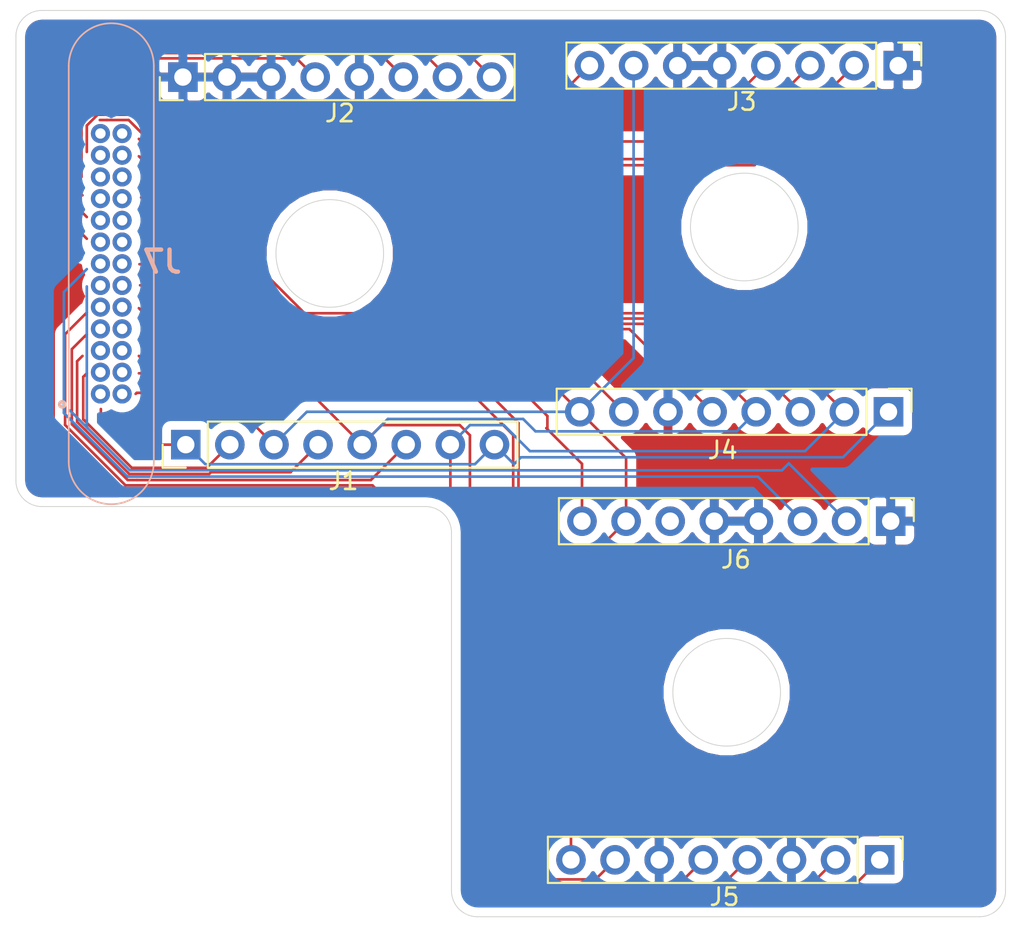
<source format=kicad_pcb>
(kicad_pcb (version 20171130) (host pcbnew "(5.1.12)-1")

  (general
    (thickness 0.8)
    (drawings 84)
    (tracks 218)
    (zones 0)
    (modules 7)
    (nets 53)
  )

  (page A4)
  (layers
    (0 F.Cu signal)
    (31 B.Cu signal)
    (32 B.Adhes user)
    (33 F.Adhes user)
    (34 B.Paste user)
    (35 F.Paste user)
    (36 B.SilkS user)
    (37 F.SilkS user)
    (38 B.Mask user)
    (39 F.Mask user)
    (40 Dwgs.User user)
    (41 Cmts.User user)
    (42 Eco1.User user hide)
    (43 Eco2.User user)
    (44 Edge.Cuts user)
    (45 Margin user)
    (46 B.CrtYd user hide)
    (47 F.CrtYd user hide)
    (48 B.Fab user hide)
    (49 F.Fab user)
  )

  (setup
    (last_trace_width 0.1524)
    (user_trace_width 0.1524)
    (trace_clearance 0.1524)
    (zone_clearance 0.508)
    (zone_45_only no)
    (trace_min 0.1524)
    (via_size 0.8)
    (via_drill 0.4)
    (via_min_size 0.508)
    (via_min_drill 0.254)
    (uvia_size 0.3)
    (uvia_drill 0.1)
    (uvias_allowed no)
    (uvia_min_size 0.2)
    (uvia_min_drill 0.1)
    (edge_width 0.05)
    (segment_width 0.1524)
    (pcb_text_width 0.3)
    (pcb_text_size 1.5 1.5)
    (mod_edge_width 0.12)
    (mod_text_size 1 1)
    (mod_text_width 0.15)
    (pad_size 1.524 1.524)
    (pad_drill 0.762)
    (pad_to_mask_clearance 0.0508)
    (solder_mask_min_width 0.101)
    (aux_axis_origin 0 0)
    (grid_origin 116.84 92.329)
    (visible_elements 7FFFFFFF)
    (pcbplotparams
      (layerselection 0x010fc_ffffffff)
      (usegerberextensions false)
      (usegerberattributes true)
      (usegerberadvancedattributes true)
      (creategerberjobfile true)
      (excludeedgelayer true)
      (linewidth 0.100000)
      (plotframeref false)
      (viasonmask false)
      (mode 1)
      (useauxorigin false)
      (hpglpennumber 1)
      (hpglpenspeed 20)
      (hpglpendiameter 15.000000)
      (psnegative false)
      (psa4output false)
      (plotreference true)
      (plotvalue true)
      (plotinvisibletext false)
      (padsonsilk false)
      (subtractmaskfromsilk false)
      (outputformat 1)
      (mirror false)
      (drillshape 1)
      (scaleselection 1)
      (outputdirectory ""))
  )

  (net 0 "")
  (net 1 "Net-(J7-Pad1)")
  (net 2 "Net-(J7-Pad2)")
  (net 3 "Net-(J7-Pad3)")
  (net 4 "Net-(J7-Pad4)")
  (net 5 "Net-(J7-Pad5)")
  (net 6 "Net-(J7-Pad6)")
  (net 7 "Net-(J7-Pad7)")
  (net 8 "Net-(J7-Pad8)")
  (net 9 "Net-(J7-Pad9)")
  (net 10 "Net-(J7-Pad10)")
  (net 11 "Net-(J7-Pad11)")
  (net 12 "Net-(J7-Pad12)")
  (net 13 "Net-(J7-Pad13)")
  (net 14 "Net-(J7-Pad14)")
  (net 15 "Net-(J7-Pad15)")
  (net 16 "Net-(J7-Pad16)")
  (net 17 "Net-(J7-Pad17)")
  (net 18 "Net-(J7-Pad18)")
  (net 19 "Net-(J7-Pad19)")
  (net 20 "Net-(J7-Pad20)")
  (net 21 "Net-(J7-Pad21)")
  (net 22 "Net-(J7-Pad22)")
  (net 23 "Net-(J7-Pad23)")
  (net 24 "Net-(J7-Pad24)")
  (net 25 "Net-(J7-Pad25)")
  (net 26 "Net-(J7-Pad26)")
  (net 27 CP)
  (net 28 CELL_6)
  (net 29 VDD)
  (net 30 CELL_5)
  (net 31 SDA)
  (net 32 CELL_4)
  (net 33 SCL)
  (net 34 GND)
  (net 35 CELL3)
  (net 36 CELL_2)
  (net 37 ALERT1)
  (net 38 CELL_1)
  (net 39 CELL_7)
  (net 40 CELL_8)
  (net 41 ALERT2)
  (net 42 CELL_9)
  (net 43 CELL_10)
  (net 44 CELL_11)
  (net 45 CELL_12)
  (net 46 CELL_18)
  (net 47 CELL_17)
  (net 48 CELL_16)
  (net 49 CELL_15)
  (net 50 ALERT3)
  (net 51 CELL_14)
  (net 52 CELL_13)

  (net_class Default "This is the default net class."
    (clearance 0.1524)
    (trace_width 0.1524)
    (via_dia 0.8)
    (via_drill 0.4)
    (uvia_dia 0.3)
    (uvia_drill 0.1)
    (add_net ALERT1)
    (add_net ALERT2)
    (add_net ALERT3)
    (add_net CELL3)
    (add_net CELL_1)
    (add_net CELL_10)
    (add_net CELL_11)
    (add_net CELL_12)
    (add_net CELL_13)
    (add_net CELL_14)
    (add_net CELL_15)
    (add_net CELL_16)
    (add_net CELL_17)
    (add_net CELL_18)
    (add_net CELL_2)
    (add_net CELL_4)
    (add_net CELL_5)
    (add_net CELL_6)
    (add_net CELL_7)
    (add_net CELL_8)
    (add_net CELL_9)
    (add_net CP)
    (add_net GND)
    (add_net "Net-(J7-Pad1)")
    (add_net "Net-(J7-Pad10)")
    (add_net "Net-(J7-Pad11)")
    (add_net "Net-(J7-Pad12)")
    (add_net "Net-(J7-Pad13)")
    (add_net "Net-(J7-Pad14)")
    (add_net "Net-(J7-Pad15)")
    (add_net "Net-(J7-Pad16)")
    (add_net "Net-(J7-Pad17)")
    (add_net "Net-(J7-Pad18)")
    (add_net "Net-(J7-Pad19)")
    (add_net "Net-(J7-Pad2)")
    (add_net "Net-(J7-Pad20)")
    (add_net "Net-(J7-Pad21)")
    (add_net "Net-(J7-Pad22)")
    (add_net "Net-(J7-Pad23)")
    (add_net "Net-(J7-Pad24)")
    (add_net "Net-(J7-Pad25)")
    (add_net "Net-(J7-Pad26)")
    (add_net "Net-(J7-Pad3)")
    (add_net "Net-(J7-Pad4)")
    (add_net "Net-(J7-Pad5)")
    (add_net "Net-(J7-Pad6)")
    (add_net "Net-(J7-Pad7)")
    (add_net "Net-(J7-Pad8)")
    (add_net "Net-(J7-Pad9)")
    (add_net SCL)
    (add_net SDA)
    (add_net VDD)
  )

  (module Connector_PinHeader_2.54mm:PinHeader_1x08_P2.54mm_Vertical (layer F.Cu) (tedit 59FED5CC) (tstamp 6377A687)
    (at 166.0144 149.0472 270)
    (descr "Through hole straight pin header, 1x08, 2.54mm pitch, single row")
    (tags "Through hole pin header THT 1x08 2.54mm single row")
    (path /6377975C)
    (fp_text reference J4 (at 2.2098 9.5504 180) (layer F.SilkS)
      (effects (font (size 1 1) (thickness 0.15)))
    )
    (fp_text value Conn_01x08 (at -0.2794 9.144 180) (layer F.Fab)
      (effects (font (size 1 1) (thickness 0.15)))
    )
    (fp_line (start 1.8 -1.8) (end -1.8 -1.8) (layer F.CrtYd) (width 0.05))
    (fp_line (start 1.8 19.55) (end 1.8 -1.8) (layer F.CrtYd) (width 0.05))
    (fp_line (start -1.8 19.55) (end 1.8 19.55) (layer F.CrtYd) (width 0.05))
    (fp_line (start -1.8 -1.8) (end -1.8 19.55) (layer F.CrtYd) (width 0.05))
    (fp_line (start -1.33 -1.33) (end 0 -1.33) (layer F.SilkS) (width 0.12))
    (fp_line (start -1.33 0) (end -1.33 -1.33) (layer F.SilkS) (width 0.12))
    (fp_line (start -1.33 1.27) (end 1.33 1.27) (layer F.SilkS) (width 0.12))
    (fp_line (start 1.33 1.27) (end 1.33 19.11) (layer F.SilkS) (width 0.12))
    (fp_line (start -1.33 1.27) (end -1.33 19.11) (layer F.SilkS) (width 0.12))
    (fp_line (start -1.33 19.11) (end 1.33 19.11) (layer F.SilkS) (width 0.12))
    (fp_line (start -1.27 -0.635) (end -0.635 -1.27) (layer F.Fab) (width 0.1))
    (fp_line (start -1.27 19.05) (end -1.27 -0.635) (layer F.Fab) (width 0.1))
    (fp_line (start 1.27 19.05) (end -1.27 19.05) (layer F.Fab) (width 0.1))
    (fp_line (start 1.27 -1.27) (end 1.27 19.05) (layer F.Fab) (width 0.1))
    (fp_line (start -0.635 -1.27) (end 1.27 -1.27) (layer F.Fab) (width 0.1))
    (fp_text user %R (at -2.921 7.62) (layer F.Fab)
      (effects (font (size 1 1) (thickness 0.15)))
    )
    (pad 1 thru_hole rect (at 0 0 270) (size 1.7 1.7) (drill 1) (layers *.Cu *.Mask)
      (net 27 CP))
    (pad 2 thru_hole oval (at 0 2.54 270) (size 1.7 1.7) (drill 1) (layers *.Cu *.Mask)
      (net 33 SCL))
    (pad 3 thru_hole oval (at 0 5.08 270) (size 1.7 1.7) (drill 1) (layers *.Cu *.Mask)
      (net 43 CELL_10))
    (pad 4 thru_hole oval (at 0 7.62 270) (size 1.7 1.7) (drill 1) (layers *.Cu *.Mask)
      (net 31 SDA))
    (pad 5 thru_hole oval (at 0 10.16 270) (size 1.7 1.7) (drill 1) (layers *.Cu *.Mask)
      (net 44 CELL_11))
    (pad 6 thru_hole oval (at 0 12.7 270) (size 1.7 1.7) (drill 1) (layers *.Cu *.Mask)
      (net 34 GND))
    (pad 7 thru_hole oval (at 0 15.24 270) (size 1.7 1.7) (drill 1) (layers *.Cu *.Mask)
      (net 45 CELL_12))
    (pad 8 thru_hole oval (at 0 17.78 270) (size 1.7 1.7) (drill 1) (layers *.Cu *.Mask)
      (net 29 VDD))
    (model "${KIPRJMOD}/KiCAD Parts/Pin headers SL-112-T-39/8Pin Version SL-112-T-39 v1.step"
      (offset (xyz 0 -3.8 0))
      (scale (xyz 1 1 1))
      (rotate (xyz -90 0 90))
    )
  )

  (module Connector_PinHeader_2.54mm:PinHeader_1x08_P2.54mm_Vertical (layer F.Cu) (tedit 59FED5CC) (tstamp 637F9318)
    (at 125.3744 129.7686 90)
    (descr "Through hole straight pin header, 1x08, 2.54mm pitch, single row")
    (tags "Through hole pin header THT 1x08 2.54mm single row")
    (path /637743F2)
    (fp_text reference J2 (at -2.0828 9.0424 180) (layer F.SilkS)
      (effects (font (size 1 1) (thickness 0.15)))
    )
    (fp_text value Conn_01x08 (at -0.0508 7.4676 180) (layer F.Fab)
      (effects (font (size 1 1) (thickness 0.15)))
    )
    (fp_line (start 1.8 -1.8) (end -1.8 -1.8) (layer F.CrtYd) (width 0.05))
    (fp_line (start 1.8 19.55) (end 1.8 -1.8) (layer F.CrtYd) (width 0.05))
    (fp_line (start -1.8 19.55) (end 1.8 19.55) (layer F.CrtYd) (width 0.05))
    (fp_line (start -1.8 -1.8) (end -1.8 19.55) (layer F.CrtYd) (width 0.05))
    (fp_line (start -1.33 -1.33) (end 0 -1.33) (layer F.SilkS) (width 0.12))
    (fp_line (start -1.33 0) (end -1.33 -1.33) (layer F.SilkS) (width 0.12))
    (fp_line (start -1.33 1.27) (end 1.33 1.27) (layer F.SilkS) (width 0.12))
    (fp_line (start 1.33 1.27) (end 1.33 19.11) (layer F.SilkS) (width 0.12))
    (fp_line (start -1.33 1.27) (end -1.33 19.11) (layer F.SilkS) (width 0.12))
    (fp_line (start -1.33 19.11) (end 1.33 19.11) (layer F.SilkS) (width 0.12))
    (fp_line (start -1.27 -0.635) (end -0.635 -1.27) (layer F.Fab) (width 0.1))
    (fp_line (start -1.27 19.05) (end -1.27 -0.635) (layer F.Fab) (width 0.1))
    (fp_line (start 1.27 19.05) (end -1.27 19.05) (layer F.Fab) (width 0.1))
    (fp_line (start 1.27 -1.27) (end 1.27 19.05) (layer F.Fab) (width 0.1))
    (fp_line (start -0.635 -1.27) (end 1.27 -1.27) (layer F.Fab) (width 0.1))
    (fp_text user %R (at 0 8.89) (layer F.Fab)
      (effects (font (size 1 1) (thickness 0.15)))
    )
    (pad 1 thru_hole rect (at 0 0 90) (size 1.7 1.7) (drill 1) (layers *.Cu *.Mask)
      (net 34 GND))
    (pad 2 thru_hole oval (at 0 2.54 90) (size 1.7 1.7) (drill 1) (layers *.Cu *.Mask)
      (net 34 GND))
    (pad 3 thru_hole oval (at 0 5.08 90) (size 1.7 1.7) (drill 1) (layers *.Cu *.Mask)
      (net 34 GND))
    (pad 4 thru_hole oval (at 0 7.62 90) (size 1.7 1.7) (drill 1) (layers *.Cu *.Mask)
      (net 35 CELL3))
    (pad 5 thru_hole oval (at 0 10.16 90) (size 1.7 1.7) (drill 1) (layers *.Cu *.Mask)
      (net 34 GND))
    (pad 6 thru_hole oval (at 0 12.7 90) (size 1.7 1.7) (drill 1) (layers *.Cu *.Mask)
      (net 36 CELL_2))
    (pad 7 thru_hole oval (at 0 15.24 90) (size 1.7 1.7) (drill 1) (layers *.Cu *.Mask)
      (net 37 ALERT1))
    (pad 8 thru_hole oval (at 0 17.78 90) (size 1.7 1.7) (drill 1) (layers *.Cu *.Mask)
      (net 38 CELL_1))
    (model "${KIPRJMOD}/KiCAD Parts/Pin headers SL-112-T-39/8Pin Version SL-112-T-39 v1.step"
      (offset (xyz 0 -3.8 0))
      (scale (xyz 1 1 1))
      (rotate (xyz -90 0 90))
    )
  )

  (module Connector_PinHeader_2.54mm:PinHeader_1x08_P2.54mm_Vertical (layer F.Cu) (tedit 59FED5CC) (tstamp 6377A66B)
    (at 166.5732 129.1082 270)
    (descr "Through hole straight pin header, 1x08, 2.54mm pitch, single row")
    (tags "Through hole pin header THT 1x08 2.54mm single row")
    (path /6377665C)
    (fp_text reference J3 (at 2.0828 9.017 180) (layer F.SilkS)
      (effects (font (size 1 1) (thickness 0.15)))
    )
    (fp_text value Conn_01x08 (at -0.0762 8.4074 180) (layer F.Fab)
      (effects (font (size 1 1) (thickness 0.15)))
    )
    (fp_line (start -0.635 -1.27) (end 1.27 -1.27) (layer F.Fab) (width 0.1))
    (fp_line (start 1.27 -1.27) (end 1.27 19.05) (layer F.Fab) (width 0.1))
    (fp_line (start 1.27 19.05) (end -1.27 19.05) (layer F.Fab) (width 0.1))
    (fp_line (start -1.27 19.05) (end -1.27 -0.635) (layer F.Fab) (width 0.1))
    (fp_line (start -1.27 -0.635) (end -0.635 -1.27) (layer F.Fab) (width 0.1))
    (fp_line (start -1.33 19.11) (end 1.33 19.11) (layer F.SilkS) (width 0.12))
    (fp_line (start -1.33 1.27) (end -1.33 19.11) (layer F.SilkS) (width 0.12))
    (fp_line (start 1.33 1.27) (end 1.33 19.11) (layer F.SilkS) (width 0.12))
    (fp_line (start -1.33 1.27) (end 1.33 1.27) (layer F.SilkS) (width 0.12))
    (fp_line (start -1.33 0) (end -1.33 -1.33) (layer F.SilkS) (width 0.12))
    (fp_line (start -1.33 -1.33) (end 0 -1.33) (layer F.SilkS) (width 0.12))
    (fp_line (start -1.8 -1.8) (end -1.8 19.55) (layer F.CrtYd) (width 0.05))
    (fp_line (start -1.8 19.55) (end 1.8 19.55) (layer F.CrtYd) (width 0.05))
    (fp_line (start 1.8 19.55) (end 1.8 -1.8) (layer F.CrtYd) (width 0.05))
    (fp_line (start 1.8 -1.8) (end -1.8 -1.8) (layer F.CrtYd) (width 0.05))
    (fp_text user %R (at 0 8.89) (layer F.Fab)
      (effects (font (size 1 1) (thickness 0.15)))
    )
    (pad 8 thru_hole oval (at 0 17.78 270) (size 1.7 1.7) (drill 1) (layers *.Cu *.Mask)
      (net 39 CELL_7))
    (pad 7 thru_hole oval (at 0 15.24 270) (size 1.7 1.7) (drill 1) (layers *.Cu *.Mask)
      (net 29 VDD))
    (pad 6 thru_hole oval (at 0 12.7 270) (size 1.7 1.7) (drill 1) (layers *.Cu *.Mask)
      (net 34 GND))
    (pad 5 thru_hole oval (at 0 10.16 270) (size 1.7 1.7) (drill 1) (layers *.Cu *.Mask)
      (net 34 GND))
    (pad 4 thru_hole oval (at 0 7.62 270) (size 1.7 1.7) (drill 1) (layers *.Cu *.Mask)
      (net 40 CELL_8))
    (pad 3 thru_hole oval (at 0 5.08 270) (size 1.7 1.7) (drill 1) (layers *.Cu *.Mask)
      (net 41 ALERT2))
    (pad 2 thru_hole oval (at 0 2.54 270) (size 1.7 1.7) (drill 1) (layers *.Cu *.Mask)
      (net 42 CELL_9))
    (pad 1 thru_hole rect (at 0 0 270) (size 1.7 1.7) (drill 1) (layers *.Cu *.Mask)
      (net 34 GND))
    (model "${KIPRJMOD}/KiCAD Parts/Pin headers SL-112-T-39/8Pin Version SL-112-T-39 v1.step"
      (offset (xyz 0 -3.8 0))
      (scale (xyz 1 1 1))
      (rotate (xyz -90 0 90))
    )
  )

  (module Connector_PinHeader_2.54mm:PinHeader_1x08_P2.54mm_Vertical (layer F.Cu) (tedit 59FED5CC) (tstamp 6377A6A3)
    (at 165.5064 174.8536 270)
    (descr "Through hole straight pin header, 1x08, 2.54mm pitch, single row")
    (tags "Through hole pin header THT 1x08 2.54mm single row")
    (path /63779762)
    (fp_text reference J5 (at 2.1336 8.9408 180) (layer F.SilkS)
      (effects (font (size 1 1) (thickness 0.15)))
    )
    (fp_text value Conn_01x08 (at -45.6692 7.747 180) (layer F.Fab)
      (effects (font (size 1 1) (thickness 0.15)))
    )
    (fp_line (start -0.635 -1.27) (end 1.27 -1.27) (layer F.Fab) (width 0.1))
    (fp_line (start 1.27 -1.27) (end 1.27 19.05) (layer F.Fab) (width 0.1))
    (fp_line (start 1.27 19.05) (end -1.27 19.05) (layer F.Fab) (width 0.1))
    (fp_line (start -1.27 19.05) (end -1.27 -0.635) (layer F.Fab) (width 0.1))
    (fp_line (start -1.27 -0.635) (end -0.635 -1.27) (layer F.Fab) (width 0.1))
    (fp_line (start -1.33 19.11) (end 1.33 19.11) (layer F.SilkS) (width 0.12))
    (fp_line (start -1.33 1.27) (end -1.33 19.11) (layer F.SilkS) (width 0.12))
    (fp_line (start 1.33 1.27) (end 1.33 19.11) (layer F.SilkS) (width 0.12))
    (fp_line (start -1.33 1.27) (end 1.33 1.27) (layer F.SilkS) (width 0.12))
    (fp_line (start -1.33 0) (end -1.33 -1.33) (layer F.SilkS) (width 0.12))
    (fp_line (start -1.33 -1.33) (end 0 -1.33) (layer F.SilkS) (width 0.12))
    (fp_line (start -1.8 -1.8) (end -1.8 19.55) (layer F.CrtYd) (width 0.05))
    (fp_line (start -1.8 19.55) (end 1.8 19.55) (layer F.CrtYd) (width 0.05))
    (fp_line (start 1.8 19.55) (end 1.8 -1.8) (layer F.CrtYd) (width 0.05))
    (fp_line (start 1.8 -1.8) (end -1.8 -1.8) (layer F.CrtYd) (width 0.05))
    (fp_text user %R (at -2.667 8.9662) (layer F.Fab)
      (effects (font (size 1 1) (thickness 0.15)))
    )
    (pad 8 thru_hole oval (at 0 17.78 270) (size 1.7 1.7) (drill 1) (layers *.Cu *.Mask)
      (net 29 VDD))
    (pad 7 thru_hole oval (at 0 15.24 270) (size 1.7 1.7) (drill 1) (layers *.Cu *.Mask)
      (net 46 CELL_18))
    (pad 6 thru_hole oval (at 0 12.7 270) (size 1.7 1.7) (drill 1) (layers *.Cu *.Mask)
      (net 34 GND))
    (pad 5 thru_hole oval (at 0 10.16 270) (size 1.7 1.7) (drill 1) (layers *.Cu *.Mask)
      (net 47 CELL_17))
    (pad 4 thru_hole oval (at 0 7.62 270) (size 1.7 1.7) (drill 1) (layers *.Cu *.Mask)
      (net 31 SDA))
    (pad 3 thru_hole oval (at 0 5.08 270) (size 1.7 1.7) (drill 1) (layers *.Cu *.Mask)
      (net 34 GND))
    (pad 2 thru_hole oval (at 0 2.54 270) (size 1.7 1.7) (drill 1) (layers *.Cu *.Mask)
      (net 33 SCL))
    (pad 1 thru_hole rect (at 0 0 270) (size 1.7 1.7) (drill 1) (layers *.Cu *.Mask)
      (net 48 CELL_16))
    (model "${KIPRJMOD}/KiCAD Parts/Pin headers SL-112-T-39/8Pin Version SL-112-T-39 v1.step"
      (offset (xyz 0 -3.8 0))
      (scale (xyz 1 1 1))
      (rotate (xyz -90 0 90))
    )
  )

  (module Connector_PinHeader_2.54mm:PinHeader_1x08_P2.54mm_Vertical (layer F.Cu) (tedit 59FED5CC) (tstamp 6377A6BF)
    (at 166.1414 155.3464 270)
    (descr "Through hole straight pin header, 1x08, 2.54mm pitch, single row")
    (tags "Through hole pin header THT 1x08 2.54mm single row")
    (path /6377ADA8)
    (fp_text reference J6 (at 2.2098 8.9154 180) (layer F.SilkS)
      (effects (font (size 1 1) (thickness 0.15)))
    )
    (fp_text value Conn_01x08 (at -0.1524 8.2804 180) (layer F.Fab)
      (effects (font (size 1 1) (thickness 0.15)))
    )
    (fp_line (start 1.8 -1.8) (end -1.8 -1.8) (layer F.CrtYd) (width 0.05))
    (fp_line (start 1.8 19.55) (end 1.8 -1.8) (layer F.CrtYd) (width 0.05))
    (fp_line (start -1.8 19.55) (end 1.8 19.55) (layer F.CrtYd) (width 0.05))
    (fp_line (start -1.8 -1.8) (end -1.8 19.55) (layer F.CrtYd) (width 0.05))
    (fp_line (start -1.33 -1.33) (end 0 -1.33) (layer F.SilkS) (width 0.12))
    (fp_line (start -1.33 0) (end -1.33 -1.33) (layer F.SilkS) (width 0.12))
    (fp_line (start -1.33 1.27) (end 1.33 1.27) (layer F.SilkS) (width 0.12))
    (fp_line (start 1.33 1.27) (end 1.33 19.11) (layer F.SilkS) (width 0.12))
    (fp_line (start -1.33 1.27) (end -1.33 19.11) (layer F.SilkS) (width 0.12))
    (fp_line (start -1.33 19.11) (end 1.33 19.11) (layer F.SilkS) (width 0.12))
    (fp_line (start -1.27 -0.635) (end -0.635 -1.27) (layer F.Fab) (width 0.1))
    (fp_line (start -1.27 19.05) (end -1.27 -0.635) (layer F.Fab) (width 0.1))
    (fp_line (start 1.27 19.05) (end -1.27 19.05) (layer F.Fab) (width 0.1))
    (fp_line (start 1.27 -1.27) (end 1.27 19.05) (layer F.Fab) (width 0.1))
    (fp_line (start -0.635 -1.27) (end 1.27 -1.27) (layer F.Fab) (width 0.1))
    (fp_text user %R (at 0 8.89) (layer F.Fab)
      (effects (font (size 1 1) (thickness 0.15)))
    )
    (pad 1 thru_hole rect (at 0 0 270) (size 1.7 1.7) (drill 1) (layers *.Cu *.Mask)
      (net 34 GND))
    (pad 2 thru_hole oval (at 0 2.54 270) (size 1.7 1.7) (drill 1) (layers *.Cu *.Mask)
      (net 49 CELL_15))
    (pad 3 thru_hole oval (at 0 5.08 270) (size 1.7 1.7) (drill 1) (layers *.Cu *.Mask)
      (net 50 ALERT3))
    (pad 4 thru_hole oval (at 0 7.62 270) (size 1.7 1.7) (drill 1) (layers *.Cu *.Mask)
      (net 34 GND))
    (pad 5 thru_hole oval (at 0 10.16 270) (size 1.7 1.7) (drill 1) (layers *.Cu *.Mask)
      (net 34 GND))
    (pad 6 thru_hole oval (at 0 12.7 270) (size 1.7 1.7) (drill 1) (layers *.Cu *.Mask)
      (net 51 CELL_14))
    (pad 7 thru_hole oval (at 0 15.24 270) (size 1.7 1.7) (drill 1) (layers *.Cu *.Mask)
      (net 29 VDD))
    (pad 8 thru_hole oval (at 0 17.78 270) (size 1.7 1.7) (drill 1) (layers *.Cu *.Mask)
      (net 52 CELL_13))
    (model "${KIPRJMOD}/KiCAD Parts/Pin headers SL-112-T-39/8Pin Version SL-112-T-39 v1.step"
      (offset (xyz 0 -3.8 0))
      (scale (xyz 1 1 1))
      (rotate (xyz -90 0 90))
    )
  )

  (module Connector_PinHeader_2.54mm:PinHeader_1x08_P2.54mm_Vertical (layer F.Cu) (tedit 59FED5CC) (tstamp 637F979B)
    (at 125.5395 150.9395 90)
    (descr "Through hole straight pin header, 1x08, 2.54mm pitch, single row")
    (tags "Through hole pin header THT 1x08 2.54mm single row")
    (path /6377ADAE)
    (fp_text reference J1 (at -2.0955 9.0805 180) (layer F.SilkS)
      (effects (font (size 1 1) (thickness 0.15)))
    )
    (fp_text value Conn_01x08 (at -0.1143 10.2489 180) (layer F.Fab)
      (effects (font (size 1 1) (thickness 0.15)))
    )
    (fp_line (start 1.8 -1.8) (end -1.8 -1.8) (layer F.CrtYd) (width 0.05))
    (fp_line (start 1.8 19.55) (end 1.8 -1.8) (layer F.CrtYd) (width 0.05))
    (fp_line (start -1.8 19.55) (end 1.8 19.55) (layer F.CrtYd) (width 0.05))
    (fp_line (start -1.8 -1.8) (end -1.8 19.55) (layer F.CrtYd) (width 0.05))
    (fp_line (start -1.33 -1.33) (end 0 -1.33) (layer F.SilkS) (width 0.12))
    (fp_line (start -1.33 0) (end -1.33 -1.33) (layer F.SilkS) (width 0.12))
    (fp_line (start -1.33 1.27) (end 1.33 1.27) (layer F.SilkS) (width 0.12))
    (fp_line (start 1.33 1.27) (end 1.33 19.11) (layer F.SilkS) (width 0.12))
    (fp_line (start -1.33 1.27) (end -1.33 19.11) (layer F.SilkS) (width 0.12))
    (fp_line (start -1.33 19.11) (end 1.33 19.11) (layer F.SilkS) (width 0.12))
    (fp_line (start -1.27 -0.635) (end -0.635 -1.27) (layer F.Fab) (width 0.1))
    (fp_line (start -1.27 19.05) (end -1.27 -0.635) (layer F.Fab) (width 0.1))
    (fp_line (start 1.27 19.05) (end -1.27 19.05) (layer F.Fab) (width 0.1))
    (fp_line (start 1.27 -1.27) (end 1.27 19.05) (layer F.Fab) (width 0.1))
    (fp_line (start -0.635 -1.27) (end 1.27 -1.27) (layer F.Fab) (width 0.1))
    (fp_text user %R (at 0 8.89) (layer F.Fab)
      (effects (font (size 1 1) (thickness 0.15)))
    )
    (pad 1 thru_hole rect (at 0 0 90) (size 1.7 1.7) (drill 1) (layers *.Cu *.Mask)
      (net 27 CP))
    (pad 2 thru_hole oval (at 0 2.54 90) (size 1.7 1.7) (drill 1) (layers *.Cu *.Mask)
      (net 28 CELL_6))
    (pad 3 thru_hole oval (at 0 5.08 90) (size 1.7 1.7) (drill 1) (layers *.Cu *.Mask)
      (net 29 VDD))
    (pad 4 thru_hole oval (at 0 7.62 90) (size 1.7 1.7) (drill 1) (layers *.Cu *.Mask)
      (net 30 CELL_5))
    (pad 5 thru_hole oval (at 0 10.16 90) (size 1.7 1.7) (drill 1) (layers *.Cu *.Mask)
      (net 31 SDA))
    (pad 6 thru_hole oval (at 0 12.7 90) (size 1.7 1.7) (drill 1) (layers *.Cu *.Mask)
      (net 32 CELL_4))
    (pad 7 thru_hole oval (at 0 15.24 90) (size 1.7 1.7) (drill 1) (layers *.Cu *.Mask)
      (net 33 SCL))
    (pad 8 thru_hole oval (at 0 17.78 90) (size 1.7 1.7) (drill 1) (layers *.Cu *.Mask)
      (net 27 CP))
    (model "${KIPRJMOD}/KiCAD Parts/Pin headers SL-112-T-39/8Pin Version SL-112-T-39 v1.step"
      (offset (xyz 0 -3.8 0))
      (scale (xyz 1 1 1))
      (rotate (xyz -90 0 90))
    )
  )

  (module MV12605M1P:G125-MV12605M1P (layer B.Cu) (tedit 0) (tstamp 637F8BC1)
    (at 120.6246 148.0198 90)
    (descr G125-MV12605M1P)
    (tags Connector)
    (path /636882D7)
    (fp_text reference J7 (at 7.62 3.556 -180) (layer B.SilkS)
      (effects (font (size 1.27 1.27) (thickness 0.254)) (justify mirror))
    )
    (fp_text value G125-MH12605M4R (at 6.35 -8.636 -90) (layer B.SilkS) hide
      (effects (font (size 1.27 1.27) (thickness 0.254)) (justify mirror))
    )
    (fp_circle (center -0.6 -2.2) (end -0.6 -2.25) (layer B.SilkS) (width 0.2))
    (fp_line (start -7.55 -3.3) (end -7.55 4.275) (layer B.CrtYd) (width 0.05))
    (fp_line (start 22.55 -3.3) (end -7.55 -3.3) (layer B.CrtYd) (width 0.05))
    (fp_line (start 22.55 4.275) (end 22.55 -3.3) (layer B.CrtYd) (width 0.05))
    (fp_line (start -7.55 4.275) (end 22.55 4.275) (layer B.CrtYd) (width 0.05))
    (fp_line (start 18.9 -1.825) (end -3.9 -1.825) (layer B.SilkS) (width 0.1))
    (fp_line (start -3.9 3.075) (end 18.9 3.075) (layer B.SilkS) (width 0.1))
    (fp_line (start 18.9 -1.825) (end -3.9 -1.825) (layer B.Fab) (width 0.2))
    (fp_line (start -3.9 3.075) (end 18.9 3.075) (layer B.Fab) (width 0.2))
    (fp_text user %R (at 0 0 -90) (layer B.Fab)
      (effects (font (size 1.27 1.27) (thickness 0.254)) (justify mirror))
    )
    (fp_arc (start 18.9 0.625) (end 18.9 3.075) (angle -180) (layer B.Fab) (width 0.2))
    (fp_arc (start -3.9 0.625) (end -3.9 -1.825) (angle -180) (layer B.Fab) (width 0.2))
    (fp_arc (start 18.9 0.625) (end 18.9 3.075) (angle -180) (layer B.SilkS) (width 0.1))
    (fp_arc (start -3.9 0.625) (end -3.9 -1.825) (angle -180) (layer B.SilkS) (width 0.1))
    (pad 1 thru_hole circle (at 0 0 90) (size 1.1 1.1) (drill 0.6) (layers *.Cu *.Mask)
      (net 1 "Net-(J7-Pad1)"))
    (pad 2 thru_hole circle (at 1.25 0 90) (size 1.1 1.1) (drill 0.6) (layers *.Cu *.Mask)
      (net 2 "Net-(J7-Pad2)"))
    (pad 3 thru_hole circle (at 2.5 0 90) (size 1.1 1.1) (drill 0.6) (layers *.Cu *.Mask)
      (net 3 "Net-(J7-Pad3)"))
    (pad 4 thru_hole circle (at 3.75 0 90) (size 1.1 1.1) (drill 0.6) (layers *.Cu *.Mask)
      (net 4 "Net-(J7-Pad4)"))
    (pad 5 thru_hole circle (at 5 0 90) (size 1.1 1.1) (drill 0.6) (layers *.Cu *.Mask)
      (net 5 "Net-(J7-Pad5)"))
    (pad 6 thru_hole circle (at 6.25 0 90) (size 1.1 1.1) (drill 0.6) (layers *.Cu *.Mask)
      (net 6 "Net-(J7-Pad6)"))
    (pad 7 thru_hole circle (at 7.5 0 90) (size 1.1 1.1) (drill 0.6) (layers *.Cu *.Mask)
      (net 7 "Net-(J7-Pad7)"))
    (pad 8 thru_hole circle (at 8.75 0 90) (size 1.1 1.1) (drill 0.6) (layers *.Cu *.Mask)
      (net 8 "Net-(J7-Pad8)"))
    (pad 9 thru_hole circle (at 10 0 90) (size 1.1 1.1) (drill 0.6) (layers *.Cu *.Mask)
      (net 9 "Net-(J7-Pad9)"))
    (pad 10 thru_hole circle (at 11.25 0 90) (size 1.1 1.1) (drill 0.6) (layers *.Cu *.Mask)
      (net 10 "Net-(J7-Pad10)"))
    (pad 11 thru_hole circle (at 12.5 0 90) (size 1.1 1.1) (drill 0.6) (layers *.Cu *.Mask)
      (net 11 "Net-(J7-Pad11)"))
    (pad 12 thru_hole circle (at 13.75 0 90) (size 1.1 1.1) (drill 0.6) (layers *.Cu *.Mask)
      (net 12 "Net-(J7-Pad12)"))
    (pad 13 thru_hole circle (at 15 0 90) (size 1.1 1.1) (drill 0.6) (layers *.Cu *.Mask)
      (net 13 "Net-(J7-Pad13)"))
    (pad 14 thru_hole circle (at 0 1.25 90) (size 1.1 1.1) (drill 0.6) (layers *.Cu *.Mask)
      (net 14 "Net-(J7-Pad14)"))
    (pad 15 thru_hole circle (at 1.25 1.25 90) (size 1.1 1.1) (drill 0.6) (layers *.Cu *.Mask)
      (net 15 "Net-(J7-Pad15)"))
    (pad 16 thru_hole circle (at 2.5 1.25 90) (size 1.1 1.1) (drill 0.6) (layers *.Cu *.Mask)
      (net 16 "Net-(J7-Pad16)"))
    (pad 17 thru_hole circle (at 3.75 1.25 90) (size 1.1 1.1) (drill 0.6) (layers *.Cu *.Mask)
      (net 17 "Net-(J7-Pad17)"))
    (pad 18 thru_hole circle (at 5 1.25 90) (size 1.1 1.1) (drill 0.6) (layers *.Cu *.Mask)
      (net 18 "Net-(J7-Pad18)"))
    (pad 19 thru_hole circle (at 6.25 1.25 90) (size 1.1 1.1) (drill 0.6) (layers *.Cu *.Mask)
      (net 19 "Net-(J7-Pad19)"))
    (pad 20 thru_hole circle (at 7.5 1.25 90) (size 1.1 1.1) (drill 0.6) (layers *.Cu *.Mask)
      (net 20 "Net-(J7-Pad20)"))
    (pad 21 thru_hole circle (at 8.75 1.25 90) (size 1.1 1.1) (drill 0.6) (layers *.Cu *.Mask)
      (net 21 "Net-(J7-Pad21)"))
    (pad 22 thru_hole circle (at 10 1.25 90) (size 1.1 1.1) (drill 0.6) (layers *.Cu *.Mask)
      (net 22 "Net-(J7-Pad22)"))
    (pad 23 thru_hole circle (at 11.25 1.25 90) (size 1.1 1.1) (drill 0.6) (layers *.Cu *.Mask)
      (net 23 "Net-(J7-Pad23)"))
    (pad 24 thru_hole circle (at 12.5 1.25 90) (size 1.1 1.1) (drill 0.6) (layers *.Cu *.Mask)
      (net 24 "Net-(J7-Pad24)"))
    (pad 25 thru_hole circle (at 13.75 1.25 90) (size 1.1 1.1) (drill 0.6) (layers *.Cu *.Mask)
      (net 25 "Net-(J7-Pad25)"))
    (pad 26 thru_hole circle (at 15 1.25 90) (size 1.1 1.1) (drill 0.6) (layers *.Cu *.Mask)
      (net 26 "Net-(J7-Pad26)"))
    (model "${KIPRJMOD}/KiCAD Parts/MV12605M1P/G125-MV12605M1P.stp"
      (offset (xyz 7.5 0.63 3.5))
      (scale (xyz 1 1 1))
      (rotate (xyz -90 0 0))
    )
  )

  (gr_line (start 149.098 129.413) (end 149.098 128.778) (layer Eco1.User) (width 0.2))
  (gr_line (start 149.098 128.778) (end 148.463 128.778) (layer Eco1.User) (width 0.2))
  (gr_line (start 148.463 128.778) (end 148.463 129.413) (layer Eco1.User) (width 0.2))
  (gr_line (start 148.463 129.413) (end 149.098 129.413) (layer Eco1.User) (width 0.2))
  (gr_line (start 147.0905 154.0755) (end 149.3765 154.0755) (layer Eco1.User) (width 0.2))
  (gr_line (start 147.0905 156.6155) (end 147.0905 154.0755) (layer Eco1.User) (width 0.2))
  (gr_line (start 149.3765 156.6155) (end 147.0905 156.6155) (layer Eco1.User) (width 0.2))
  (gr_line (start 120.055499 132.030042) (end 120.055499 149.030042) (layer Eco1.User) (width 0.2))
  (gr_line (start 118.805499 129.130042) (end 118.805499 151.930042) (layer Eco1.User) (width 0.2))
  (gr_line (start 123.705499 151.930042) (end 123.705499 129.130042) (layer Eco1.User) (width 0.2))
  (gr_line (start 147.923 148.728) (end 147.923 149.363) (layer Eco1.User) (width 0.2))
  (gr_arc (start 121.255499 151.930042) (end 118.805499 151.930042) (angle -180) (layer Eco1.User) (width 0.2))
  (gr_line (start 147.923 149.363) (end 148.558 149.363) (layer Eco1.User) (width 0.2))
  (gr_circle (center 121.255499 151.930042) (end 123.205499 151.930042) (layer Eco1.User) (width 0.2))
  (gr_line (start 148.558 149.363) (end 148.558 148.728) (layer Eco1.User) (width 0.2))
  (gr_line (start 122.455499 132.030042) (end 120.055499 132.030042) (layer Eco1.User) (width 0.2))
  (gr_circle (center 133.834 139.927042) (end 136.934 139.927042) (layer Edge.Cuts) (width 0.05))
  (gr_line (start 122.455499 149.030042) (end 122.455499 132.030042) (layer Eco1.User) (width 0.2))
  (gr_arc (start 121.255499 129.130042) (end 123.705499 129.130042) (angle -180) (layer Eco1.User) (width 0.2))
  (gr_circle (center 157.71 138.403042) (end 160.81 138.403042) (layer Edge.Cuts) (width 0.05))
  (gr_line (start 148.558 148.728) (end 147.923 148.728) (layer Eco1.User) (width 0.2))
  (gr_circle (center 156.694 165.200041) (end 159.794 165.200041) (layer Edge.Cuts) (width 0.05))
  (gr_circle (center 121.255499 129.130042) (end 123.205499 129.130042) (layer Eco1.User) (width 0.2))
  (gr_line (start 120.055499 149.030042) (end 122.455499 149.030042) (layer Eco1.User) (width 0.2))
  (gr_line (start 149.2565 150.3155) (end 146.9705 150.3155) (layer Eco1.User) (width 0.2))
  (gr_line (start 165.0045 147.7755) (end 167.2905 147.7755) (layer Eco1.User) (width 0.2))
  (gr_line (start 167.2905 150.3155) (end 165.0045 150.3155) (layer Eco1.User) (width 0.2))
  (gr_line (start 167.2905 147.7755) (end 167.2905 150.3155) (layer Eco1.User) (width 0.2))
  (gr_line (start 146.9705 147.7755) (end 149.2565 147.7755) (layer Eco1.User) (width 0.2))
  (gr_line (start 146.9705 150.3155) (end 146.9705 147.7755) (layer Eco1.User) (width 0.2))
  (gr_line (start 142.1325 128.5035) (end 144.4185 128.5035) (layer Eco1.User) (width 0.2))
  (gr_line (start 144.4185 131.0435) (end 142.1325 131.0435) (layer Eco1.User) (width 0.2))
  (gr_line (start 144.4185 128.5035) (end 144.4185 131.0435) (layer Eco1.User) (width 0.2))
  (gr_line (start 125.213 151.263) (end 125.848 151.263) (layer Eco1.User) (width 0.2))
  (gr_line (start 125.848 151.263) (end 125.848 150.628) (layer Eco1.User) (width 0.2))
  (gr_line (start 124.0985 131.0435) (end 124.0985 128.5035) (layer Eco1.User) (width 0.2))
  (gr_line (start 125.848 150.628) (end 125.213 150.628) (layer Eco1.User) (width 0.2))
  (gr_line (start 125.213 150.628) (end 125.213 151.263) (layer Eco1.User) (width 0.2))
  (gr_line (start 124.0985 128.5035) (end 126.3845 128.5035) (layer Eco1.User) (width 0.2))
  (gr_line (start 126.3845 131.0435) (end 124.0985 131.0435) (layer Eco1.User) (width 0.2))
  (gr_line (start 142.2945 149.6755) (end 144.5805 149.6755) (layer Eco1.User) (width 0.2))
  (gr_line (start 124.2605 149.6755) (end 126.5465 149.6755) (layer Eco1.User) (width 0.2))
  (gr_line (start 140.843 156.004959) (end 140.843 176.630041) (layer Edge.Cuts) (width 0.05))
  (gr_arc (start 142.343 176.630041) (end 140.843 176.630041) (angle -90) (layer Edge.Cuts) (width 0.05))
  (gr_line (start 115.7555 127.430042) (end 115.7555 153.004959) (layer Edge.Cuts) (width 0.05))
  (gr_arc (start 117.2555 127.430042) (end 117.2555 125.930042) (angle -90) (layer Edge.Cuts) (width 0.05))
  (gr_line (start 144.5805 152.2155) (end 142.2945 152.2155) (layer Eco1.User) (width 0.2))
  (gr_line (start 124.2605 152.2155) (end 124.2605 149.6755) (layer Eco1.User) (width 0.2))
  (gr_arc (start 171.2555 176.630041) (end 171.2555 178.130041) (angle -90) (layer Edge.Cuts) (width 0.05))
  (gr_arc (start 171.2555 127.430042) (end 172.7555 127.430042) (angle -90) (layer Edge.Cuts) (width 0.05))
  (gr_arc (start 117.2555 153.004959) (end 115.7555 153.004959) (angle -90) (layer Edge.Cuts) (width 0.05))
  (gr_line (start 126.5465 152.2155) (end 124.2605 152.2155) (layer Eco1.User) (width 0.2))
  (gr_line (start 172.7555 176.630041) (end 172.7555 127.430042) (layer Edge.Cuts) (width 0.05))
  (gr_line (start 171.2555 125.930042) (end 117.2555 125.930042) (layer Edge.Cuts) (width 0.05))
  (gr_line (start 117.2555 154.504959) (end 139.343 154.504959) (layer Edge.Cuts) (width 0.05))
  (gr_line (start 144.5805 149.6755) (end 144.5805 152.2155) (layer Eco1.User) (width 0.2))
  (gr_line (start 142.343 178.130041) (end 171.2555 178.130041) (layer Edge.Cuts) (width 0.05))
  (gr_arc (start 139.343 156.004959) (end 140.843 156.004959) (angle -90) (layer Edge.Cuts) (width 0.05))
  (gr_line (start 148.038 175.162999) (end 148.038 174.527999) (layer Eco1.User) (width 0.2))
  (gr_line (start 148.038 174.527999) (end 147.403 174.527999) (layer Eco1.User) (width 0.2))
  (gr_line (start 147.403 174.527999) (end 147.403 175.162999) (layer Eco1.User) (width 0.2))
  (gr_line (start 147.403 175.162999) (end 148.038 175.162999) (layer Eco1.User) (width 0.2))
  (gr_line (start 166.7705 173.575499) (end 166.7705 176.115499) (layer Eco1.User) (width 0.2))
  (gr_line (start 146.4505 173.575499) (end 148.7365 173.575499) (layer Eco1.User) (width 0.2))
  (gr_line (start 148.043 155.028) (end 148.043 155.663) (layer Eco1.User) (width 0.2))
  (gr_line (start 148.678 155.663) (end 148.678 155.028) (layer Eco1.User) (width 0.2))
  (gr_line (start 146.4505 176.115499) (end 146.4505 173.575499) (layer Eco1.User) (width 0.2))
  (gr_line (start 164.4845 173.575499) (end 166.7705 173.575499) (layer Eco1.User) (width 0.2))
  (gr_line (start 148.678 155.028) (end 148.043 155.028) (layer Eco1.User) (width 0.2))
  (gr_line (start 148.043 155.663) (end 148.678 155.663) (layer Eco1.User) (width 0.2))
  (gr_line (start 148.7365 176.115499) (end 146.4505 176.115499) (layer Eco1.User) (width 0.2))
  (gr_line (start 166.7705 176.115499) (end 164.4845 176.115499) (layer Eco1.User) (width 0.2))
  (gr_line (start 147.5105 127.8255) (end 149.7965 127.8255) (layer Eco1.User) (width 0.2))
  (gr_line (start 149.7965 130.3655) (end 147.5105 130.3655) (layer Eco1.User) (width 0.2))
  (gr_line (start 147.5105 130.3655) (end 147.5105 127.8255) (layer Eco1.User) (width 0.2))
  (gr_line (start 167.8305 130.3655) (end 165.5445 130.3655) (layer Eco1.User) (width 0.2))
  (gr_line (start 165.5445 127.8255) (end 167.8305 127.8255) (layer Eco1.User) (width 0.2))
  (gr_line (start 125.686 129.456) (end 125.051 129.456) (layer Eco1.User) (width 0.2))
  (gr_line (start 125.686 130.091) (end 125.686 129.456) (layer Eco1.User) (width 0.2))
  (gr_line (start 125.051 129.456) (end 125.051 130.091) (layer Eco1.User) (width 0.2))
  (gr_line (start 125.051 130.091) (end 125.686 130.091) (layer Eco1.User) (width 0.2))
  (gr_line (start 167.8305 127.8255) (end 167.8305 130.3655) (layer Eco1.User) (width 0.2))
  (gr_line (start 167.4105 154.0755) (end 167.4105 156.6155) (layer Eco1.User) (width 0.2))
  (gr_line (start 165.1245 154.0755) (end 167.4105 154.0755) (layer Eco1.User) (width 0.2))

  (segment (start 125.5395 150.9395) (end 122.1105 150.9395) (width 0.1524) (layer F.Cu) (net 27))
  (segment (start 122.1105 150.9395) (end 120.65 149.479) (width 0.1524) (layer F.Cu) (net 27))
  (segment (start 166.0144 149.0472) (end 164.5666 150.495) (width 0.1524) (layer B.Cu) (net 27))
  (segment (start 143.764 150.495) (end 143.3195 150.9395) (width 0.1524) (layer B.Cu) (net 27))
  (segment (start 126.665701 152.065701) (end 125.5395 150.9395) (width 0.1524) (layer B.Cu) (net 27))
  (segment (start 142.193299 152.065701) (end 126.665701 152.065701) (width 0.1524) (layer B.Cu) (net 27))
  (segment (start 143.3195 150.9395) (end 142.193299 152.065701) (width 0.1524) (layer B.Cu) (net 27))
  (segment (start 143.3195 150.9395) (end 144.445701 152.065701) (width 0.1524) (layer B.Cu) (net 27))
  (segment (start 163.395009 151.666591) (end 164.5666 150.495) (width 0.1524) (layer B.Cu) (net 27))
  (segment (start 144.844811 151.666591) (end 163.395009 151.666591) (width 0.1524) (layer B.Cu) (net 27))
  (segment (start 144.445701 152.065701) (end 144.844811 151.666591) (width 0.1524) (layer B.Cu) (net 27))
  (segment (start 120.65 149.479) (end 120.65 148.889) (width 0.1524) (layer F.Cu) (net 27))
  (segment (start 128.0795 150.9395) (end 126.746 152.273) (width 0.1524) (layer F.Cu) (net 28))
  (segment (start 126.746 152.273) (end 122.428 152.273) (width 0.1524) (layer F.Cu) (net 28))
  (segment (start 122.428 152.273) (end 119.634 149.479) (width 0.1524) (layer F.Cu) (net 28))
  (segment (start 119.634 149.479) (end 119.634 147.035) (width 0.1524) (layer F.Cu) (net 28))
  (segment (start 119.634 147.035) (end 119.84 146.829) (width 0.1524) (layer F.Cu) (net 28))
  (segment (start 150.9014 151.7142) (end 148.2344 149.0472) (width 0.1524) (layer F.Cu) (net 29))
  (segment (start 150.9014 155.3464) (end 150.9014 151.7142) (width 0.1524) (layer F.Cu) (net 29))
  (segment (start 147.7264 158.5214) (end 150.9014 155.3464) (width 0.1524) (layer F.Cu) (net 29))
  (segment (start 147.7264 174.8536) (end 147.7264 158.5214) (width 0.1524) (layer F.Cu) (net 29))
  (segment (start 132.5118 149.0472) (end 130.6195 150.9395) (width 0.1524) (layer B.Cu) (net 29))
  (segment (start 148.2344 149.0472) (end 132.5118 149.0472) (width 0.1524) (layer B.Cu) (net 29))
  (segment (start 151.3332 145.9484) (end 148.2344 149.0472) (width 0.1524) (layer B.Cu) (net 29))
  (segment (start 151.3332 129.1082) (end 151.3332 145.9484) (width 0.1524) (layer B.Cu) (net 29))
  (segment (start 130.6195 150.9395) (end 127.635 147.955) (width 0.1524) (layer F.Cu) (net 29))
  (segment (start 127.635 147.955) (end 123.444 147.955) (width 0.1524) (layer F.Cu) (net 29))
  (segment (start 144.386989 145.199789) (end 131.598657 145.199789) (width 0.1524) (layer F.Cu) (net 29))
  (segment (start 148.2344 149.0472) (end 144.386989 145.199789) (width 0.1524) (layer F.Cu) (net 29))
  (segment (start 131.598657 145.199789) (end 129.032677 142.633809) (width 0.1524) (layer F.Cu) (net 29))
  (segment (start 122.714 147.955) (end 122.653201 148.015799) (width 0.1524) (layer F.Cu) (net 29))
  (segment (start 123.444 147.955) (end 122.714 147.955) (width 0.1524) (layer F.Cu) (net 29))
  (segment (start 128.158934 141.760066) (end 122.908934 141.760066) (width 0.1524) (layer F.Cu) (net 29))
  (segment (start 129.032677 142.633809) (end 128.158934 141.760066) (width 0.1524) (layer F.Cu) (net 29))
  (segment (start 133.1595 150.9395) (end 131.572 152.527) (width 0.1524) (layer F.Cu) (net 30))
  (segment (start 126.891973 152.62541) (end 122.27241 152.62541) (width 0.1524) (layer F.Cu) (net 30))
  (segment (start 126.990383 152.527) (end 126.891973 152.62541) (width 0.1524) (layer F.Cu) (net 30))
  (segment (start 131.572 152.527) (end 126.990383 152.527) (width 0.1524) (layer F.Cu) (net 30))
  (segment (start 122.27241 152.615793) (end 119.281591 149.624973) (width 0.1524) (layer F.Cu) (net 30))
  (segment (start 122.27241 152.62541) (end 122.27241 152.615793) (width 0.1524) (layer F.Cu) (net 30))
  (segment (start 119.281591 149.624973) (end 119.281591 146.137409) (width 0.1524) (layer F.Cu) (net 30))
  (segment (start 119.281591 146.137409) (end 119.59 145.829) (width 0.1524) (layer F.Cu) (net 30))
  (segment (start 146.096855 176.684621) (end 143.002 173.589766) (width 0.1524) (layer F.Cu) (net 31))
  (segment (start 156.055379 176.684621) (end 146.096855 176.684621) (width 0.1524) (layer F.Cu) (net 31))
  (segment (start 157.8864 174.8536) (end 156.055379 176.684621) (width 0.1524) (layer F.Cu) (net 31))
  (segment (start 143.002 173.589766) (end 143.002 154.813) (width 0.1524) (layer F.Cu) (net 31))
  (segment (start 136.825701 149.813299) (end 135.6995 150.9395) (width 0.1524) (layer F.Cu) (net 31))
  (segment (start 141.320077 149.813299) (end 136.825701 149.813299) (width 0.1524) (layer F.Cu) (net 31))
  (segment (start 141.905701 150.398923) (end 141.320077 149.813299) (width 0.1524) (layer F.Cu) (net 31))
  (segment (start 141.905701 153.716701) (end 141.905701 150.398923) (width 0.1524) (layer F.Cu) (net 31))
  (segment (start 143.002 154.813) (end 141.905701 153.716701) (width 0.1524) (layer F.Cu) (net 31))
  (segment (start 137.178111 149.460889) (end 144.971889 149.460889) (width 0.1524) (layer B.Cu) (net 31))
  (segment (start 135.6995 150.9395) (end 137.178111 149.460889) (width 0.1524) (layer B.Cu) (net 31))
  (segment (start 145.684401 150.173401) (end 157.268199 150.173401) (width 0.1524) (layer B.Cu) (net 31))
  (segment (start 157.268199 150.173401) (end 158.3944 149.0472) (width 0.1524) (layer B.Cu) (net 31))
  (segment (start 144.971889 149.460889) (end 145.684401 150.173401) (width 0.1524) (layer B.Cu) (net 31))
  (segment (start 153.4262 144.079) (end 158.3944 149.0472) (width 0.1524) (layer F.Cu) (net 31))
  (segment (start 153.327719 143.980519) (end 153.4262 144.079) (width 0.1524) (layer F.Cu) (net 31))
  (segment (start 151.84 143.980519) (end 153.327719 143.980519) (width 0.1524) (layer F.Cu) (net 31))
  (segment (start 151.84 143.980519) (end 132.129386 143.980518) (width 0.1524) (layer F.Cu) (net 31))
  (segment (start 132.129386 143.980518) (end 125.977868 137.829) (width 0.1524) (layer F.Cu) (net 31))
  (segment (start 135.6995 150.9395) (end 131.589 146.829) (width 0.1524) (layer F.Cu) (net 31))
  (segment (start 131.589 146.829) (end 122.84 146.829) (width 0.1524) (layer F.Cu) (net 31))
  (segment (start 124.854125 136.705257) (end 122.966257 136.705257) (width 0.1524) (layer F.Cu) (net 31))
  (segment (start 125.977868 137.829) (end 124.854125 136.705257) (width 0.1524) (layer F.Cu) (net 31))
  (segment (start 138.2395 150.9395) (end 136.20118 152.97782) (width 0.1524) (layer F.Cu) (net 32))
  (segment (start 118.976781 145.442219) (end 119.84 144.579) (width 0.1524) (layer F.Cu) (net 32))
  (segment (start 118.976782 149.760848) (end 118.976781 145.442219) (width 0.1524) (layer F.Cu) (net 32))
  (segment (start 122.193754 152.97782) (end 118.976782 149.760848) (width 0.1524) (layer F.Cu) (net 32))
  (segment (start 122.73882 152.97782) (end 122.193754 152.97782) (width 0.1524) (layer F.Cu) (net 32))
  (segment (start 136.20118 152.97782) (end 122.73882 152.97782) (width 0.1524) (layer F.Cu) (net 32))
  (segment (start 140.7795 153.568554) (end 140.7795 150.9395) (width 0.1524) (layer F.Cu) (net 33))
  (segment (start 142.24 155.029054) (end 140.7795 153.568554) (width 0.1524) (layer F.Cu) (net 33))
  (segment (start 142.24 173.326149) (end 142.24 155.029054) (width 0.1524) (layer F.Cu) (net 33))
  (segment (start 160.782969 177.037031) (end 145.950882 177.037031) (width 0.1524) (layer F.Cu) (net 33))
  (segment (start 145.950882 177.037031) (end 142.24 173.326149) (width 0.1524) (layer F.Cu) (net 33))
  (segment (start 162.9664 174.8536) (end 160.782969 177.037031) (width 0.1524) (layer F.Cu) (net 33))
  (segment (start 163.4744 149.0472) (end 161.207419 151.314181) (width 0.1524) (layer B.Cu) (net 33))
  (segment (start 161.207419 151.314181) (end 145.360959 151.314181) (width 0.1524) (layer B.Cu) (net 33))
  (segment (start 141.905701 149.813299) (end 140.7795 150.9395) (width 0.1524) (layer B.Cu) (net 33))
  (segment (start 143.860077 149.813299) (end 141.905701 149.813299) (width 0.1524) (layer B.Cu) (net 33))
  (segment (start 145.360959 151.314181) (end 143.860077 149.813299) (width 0.1524) (layer B.Cu) (net 33))
  (segment (start 157.7981 143.3709) (end 132.3819 143.3709) (width 0.1524) (layer F.Cu) (net 33))
  (segment (start 163.4744 149.0472) (end 157.7981 143.3709) (width 0.1524) (layer F.Cu) (net 33))
  (segment (start 132.3819 143.3709) (end 126.34 137.329) (width 0.1524) (layer F.Cu) (net 33))
  (segment (start 126.34 137.329) (end 124.34 135.329) (width 0.1524) (layer F.Cu) (net 33))
  (segment (start 124.34 135.329) (end 123.84 135.329) (width 0.1524) (layer F.Cu) (net 33))
  (segment (start 123.84 135.329) (end 122.84 134.329) (width 0.1524) (layer F.Cu) (net 33))
  (segment (start 153.8732 148.4884) (end 153.3144 149.0472) (width 0.1524) (layer B.Cu) (net 34))
  (segment (start 119.23038 131.93862) (end 119.23038 136.21938) (width 0.1524) (layer F.Cu) (net 35))
  (segment (start 119.23038 136.21938) (end 119.59 136.579) (width 0.1524) (layer F.Cu) (net 35))
  (segment (start 122.479001 128.689999) (end 119.84 131.329) (width 0.1524) (layer F.Cu) (net 35))
  (segment (start 131.915799 128.689999) (end 122.479001 128.689999) (width 0.1524) (layer F.Cu) (net 35))
  (segment (start 132.9944 129.7686) (end 131.915799 128.689999) (width 0.1524) (layer F.Cu) (net 35))
  (segment (start 119.84 131.329) (end 119.23038 131.93862) (width 0.1524) (layer F.Cu) (net 35))
  (segment (start 120.09 131.079) (end 119.84 131.329) (width 0.1524) (layer F.Cu) (net 35))
  (segment (start 138.0744 129.7686) (end 136.995799 128.689999) (width 0.1524) (layer F.Cu) (net 36))
  (segment (start 136.690989 128.385189) (end 138.0744 129.7686) (width 0.1524) (layer F.Cu) (net 36))
  (segment (start 118.92557 131.812364) (end 122.352745 128.385189) (width 0.1524) (layer F.Cu) (net 36))
  (segment (start 122.352745 128.385189) (end 136.690989 128.385189) (width 0.1524) (layer F.Cu) (net 36))
  (segment (start 118.92557 136.91457) (end 118.92557 131.812364) (width 0.1524) (layer F.Cu) (net 36))
  (segment (start 119.84 137.829) (end 118.92557 136.91457) (width 0.1524) (layer F.Cu) (net 36))
  (segment (start 140.6144 129.7686) (end 138.9248 128.079) (width 0.1524) (layer F.Cu) (net 37))
  (segment (start 138.9248 128.079) (end 121.59 128.079) (width 0.1524) (layer F.Cu) (net 37))
  (segment (start 121.59 128.079) (end 121.59 128.579) (width 0.1524) (layer F.Cu) (net 37))
  (segment (start 121.59 128.579) (end 118.59 131.579) (width 0.1524) (layer F.Cu) (net 37))
  (segment (start 118.59 131.579) (end 118.59 137.829) (width 0.1524) (layer F.Cu) (net 37))
  (segment (start 118.59 137.829) (end 119.84 139.079) (width 0.1524) (layer F.Cu) (net 37))
  (segment (start 143.1544 129.7686) (end 140.9648 127.579) (width 0.1524) (layer F.Cu) (net 38))
  (segment (start 121.658934 127.579) (end 117.908934 131.329) (width 0.1524) (layer F.Cu) (net 38))
  (segment (start 140.9648 127.579) (end 121.658934 127.579) (width 0.1524) (layer F.Cu) (net 38))
  (segment (start 117.908934 131.329) (end 117.908934 138.260066) (width 0.1524) (layer F.Cu) (net 38))
  (segment (start 117.908934 138.260066) (end 119.59 139.941132) (width 0.1524) (layer F.Cu) (net 38))
  (segment (start 148.7932 129.1082) (end 145.1864 132.715) (width 0.1524) (layer F.Cu) (net 39))
  (segment (start 145.1864 132.715) (end 124.46 132.715) (width 0.1524) (layer F.Cu) (net 39))
  (segment (start 119.53519 132.433877) (end 119.53519 135.52419) (width 0.1524) (layer F.Cu) (net 39))
  (segment (start 120.337487 131.63158) (end 119.53519 132.433877) (width 0.1524) (layer F.Cu) (net 39))
  (segment (start 123.37658 131.63158) (end 120.337487 131.63158) (width 0.1524) (layer F.Cu) (net 39))
  (segment (start 124.46 132.715) (end 123.37658 131.63158) (width 0.1524) (layer F.Cu) (net 39))
  (segment (start 158.9532 129.1082) (end 154.5844 133.477) (width 0.1524) (layer F.Cu) (net 40))
  (segment (start 154.5844 133.477) (end 124.46 133.477) (width 0.1524) (layer F.Cu) (net 40))
  (segment (start 120.463744 131.936389) (end 119.84 132.560133) (width 0.1524) (layer F.Cu) (net 40))
  (segment (start 122.919389 131.936389) (end 120.463744 131.936389) (width 0.1524) (layer F.Cu) (net 40))
  (segment (start 124.46 133.477) (end 122.919389 131.936389) (width 0.1524) (layer F.Cu) (net 40))
  (segment (start 119.84 132.560133) (end 119.84 134.079) (width 0.1524) (layer F.Cu) (net 40))
  (segment (start 161.4932 129.1082) (end 156.1084 134.493) (width 0.1524) (layer F.Cu) (net 41))
  (segment (start 156.1084 134.493) (end 132.08 134.493) (width 0.1524) (layer F.Cu) (net 41))
  (segment (start 124.50013 134.493) (end 122.248329 132.241199) (width 0.1524) (layer F.Cu) (net 41))
  (segment (start 132.08 134.493) (end 125.254 134.493) (width 0.1524) (layer F.Cu) (net 41))
  (segment (start 122.248329 132.241199) (end 120.998329 132.241199) (width 0.1524) (layer F.Cu) (net 41))
  (segment (start 125.254 134.493) (end 124.50013 134.493) (width 0.1524) (layer F.Cu) (net 41))
  (segment (start 125.254 134.493) (end 124.968 134.493) (width 0.1524) (layer F.Cu) (net 41))
  (segment (start 120.998329 132.241199) (end 120.59 132.241199) (width 0.1524) (layer F.Cu) (net 41))
  (segment (start 164.0332 129.1082) (end 158.29599 134.84541) (width 0.1524) (layer F.Cu) (net 42))
  (segment (start 158.29599 134.84541) (end 125.82359 134.84541) (width 0.1524) (layer F.Cu) (net 42))
  (segment (start 125.82359 134.84541) (end 125.63159 134.84541) (width 0.1524) (layer F.Cu) (net 42))
  (segment (start 124.32359 134.84541) (end 124.32359 134.81259) (width 0.1524) (layer F.Cu) (net 42))
  (segment (start 125.82359 134.84541) (end 124.32359 134.84541) (width 0.1524) (layer F.Cu) (net 42))
  (segment (start 124.32359 134.84541) (end 124.10641 134.84541) (width 0.1524) (layer F.Cu) (net 42))
  (segment (start 124.32359 134.81259) (end 122.84 133.329) (width 0.1524) (layer F.Cu) (net 42))
  (segment (start 160.9344 149.0472) (end 155.56291 143.67571) (width 0.1524) (layer F.Cu) (net 43))
  (segment (start 155.56291 143.67571) (end 132.255643 143.675709) (width 0.1524) (layer F.Cu) (net 43))
  (segment (start 124.980381 136.400447) (end 123.911447 136.400447) (width 0.1524) (layer F.Cu) (net 43))
  (segment (start 125.249467 136.669533) (end 124.980381 136.400447) (width 0.1524) (layer F.Cu) (net 43))
  (segment (start 132.255643 143.675709) (end 125.249467 136.669533) (width 0.1524) (layer F.Cu) (net 43))
  (segment (start 125.249467 136.669533) (end 125.158934 136.579) (width 0.1524) (layer F.Cu) (net 43))
  (segment (start 123.911447 136.400447) (end 123.09 135.579) (width 0.1524) (layer F.Cu) (net 43))
  (segment (start 151.1362 144.329) (end 155.8544 149.0472) (width 0.1524) (layer F.Cu) (net 44))
  (segment (start 151.092528 144.285328) (end 151.1362 144.329) (width 0.1524) (layer F.Cu) (net 44))
  (segment (start 132.003129 144.285327) (end 151.092528 144.285328) (width 0.1524) (layer F.Cu) (net 44))
  (segment (start 126.046802 138.329) (end 132.003129 144.285327) (width 0.1524) (layer F.Cu) (net 44))
  (segment (start 126.046802 138.329) (end 123.09 138.329) (width 0.1524) (layer F.Cu) (net 44))
  (segment (start 150.7744 149.0472) (end 147.5562 145.829) (width 0.1524) (layer F.Cu) (net 45))
  (segment (start 131.905981 144.894981) (end 131.724914 144.89498) (width 0.1524) (layer F.Cu) (net 45))
  (segment (start 131.724914 144.89498) (end 129.158934 142.329) (width 0.1524) (layer F.Cu) (net 45))
  (segment (start 146.622181 144.894981) (end 147.5562 145.829) (width 0.1524) (layer F.Cu) (net 45))
  (segment (start 131.905981 144.894981) (end 146.622181 144.894981) (width 0.1524) (layer F.Cu) (net 45))
  (segment (start 127.374467 140.544533) (end 122.874467 140.544533) (width 0.1524) (layer F.Cu) (net 45))
  (segment (start 129.158934 142.329) (end 127.374467 140.544533) (width 0.1524) (layer F.Cu) (net 45))
  (segment (start 149.140199 175.979801) (end 146.388801 175.979801) (width 0.1524) (layer F.Cu) (net 46))
  (segment (start 150.2664 174.8536) (end 149.140199 175.979801) (width 0.1524) (layer F.Cu) (net 46))
  (segment (start 146.388801 175.979801) (end 145.288 174.879) (width 0.1524) (layer F.Cu) (net 46))
  (segment (start 145.288 174.879) (end 145.288 174.625) (width 0.1524) (layer F.Cu) (net 46))
  (segment (start 145.288 174.625) (end 144.526 173.863) (width 0.1524) (layer F.Cu) (net 46))
  (segment (start 144.526 159.914066) (end 144.702911 159.737155) (width 0.1524) (layer F.Cu) (net 46))
  (segment (start 144.702911 159.737155) (end 144.702911 149.691911) (width 0.1524) (layer F.Cu) (net 46))
  (segment (start 144.526 173.863) (end 144.526 159.914066) (width 0.1524) (layer F.Cu) (net 46))
  (segment (start 144.702911 149.691911) (end 142.09 147.079) (width 0.1524) (layer F.Cu) (net 46))
  (segment (start 142.09 147.079) (end 141.09 146.079) (width 0.1524) (layer F.Cu) (net 46))
  (segment (start 141.09 146.079) (end 124.59 146.079) (width 0.1524) (layer F.Cu) (net 46))
  (segment (start 124.59 146.079) (end 123.09 144.579) (width 0.1524) (layer F.Cu) (net 46))
  (segment (start 146.242828 176.332211) (end 143.51 173.599383) (width 0.1524) (layer F.Cu) (net 47))
  (segment (start 153.867789 176.332211) (end 146.242828 176.332211) (width 0.1524) (layer F.Cu) (net 47))
  (segment (start 155.3464 174.8536) (end 153.867789 176.332211) (width 0.1524) (layer F.Cu) (net 47))
  (segment (start 143.51 160.499) (end 144.398101 159.610899) (width 0.1524) (layer F.Cu) (net 47))
  (segment (start 143.51 173.599383) (end 143.51 160.499) (width 0.1524) (layer F.Cu) (net 47))
  (segment (start 144.398101 159.610899) (end 144.398101 150.387101) (width 0.1524) (layer F.Cu) (net 47))
  (segment (start 143.51 160.499) (end 143.51 160.401) (width 0.1524) (layer F.Cu) (net 47))
  (segment (start 141.34 147.329) (end 135.34 147.329) (width 0.1524) (layer F.Cu) (net 47))
  (segment (start 144.398101 150.387101) (end 141.34 147.329) (width 0.1524) (layer F.Cu) (net 47))
  (segment (start 135.00081 146.98981) (end 132.180876 146.98981) (width 0.1524) (layer F.Cu) (net 47))
  (segment (start 132.180876 146.98981) (end 131.715256 146.52419) (width 0.1524) (layer F.Cu) (net 47))
  (segment (start 135.34 147.329) (end 135.00081 146.98981) (width 0.1524) (layer F.Cu) (net 47))
  (segment (start 123.53519 146.52419) (end 122.84 145.829) (width 0.1524) (layer F.Cu) (net 47))
  (segment (start 131.715256 146.52419) (end 123.53519 146.52419) (width 0.1524) (layer F.Cu) (net 47))
  (segment (start 165.5064 174.8536) (end 162.970559 177.389441) (width 0.1524) (layer F.Cu) (net 48))
  (segment (start 162.970559 177.389441) (end 145.571559 177.389441) (width 0.1524) (layer F.Cu) (net 48))
  (segment (start 141.88759 173.705472) (end 141.88759 155.175027) (width 0.1524) (layer F.Cu) (net 48))
  (segment (start 145.571559 177.389441) (end 141.88759 173.705472) (width 0.1524) (layer F.Cu) (net 48))
  (segment (start 140.427091 153.714527) (end 140.427091 153.508091) (width 0.1524) (layer F.Cu) (net 48))
  (segment (start 141.88759 155.175027) (end 140.427091 153.714527) (width 0.1524) (layer F.Cu) (net 48))
  (segment (start 136.519091 153.508091) (end 136.29363 153.28263) (width 0.1524) (layer F.Cu) (net 48))
  (segment (start 140.427091 153.508091) (end 136.519091 153.508091) (width 0.1524) (layer F.Cu) (net 48))
  (segment (start 136.29363 153.28263) (end 122.067497 153.282629) (width 0.1524) (layer F.Cu) (net 48))
  (segment (start 122.067497 153.282629) (end 118.59 149.805132) (width 0.1524) (layer F.Cu) (net 48))
  (segment (start 118.59 149.805132) (end 118.59 144.579) (width 0.1524) (layer F.Cu) (net 48))
  (segment (start 118.59 144.579) (end 119.84 143.329) (width 0.1524) (layer F.Cu) (net 48))
  (segment (start 163.6014 155.3464) (end 160.274 152.019) (width 0.1524) (layer B.Cu) (net 49))
  (segment (start 159.874889 152.418111) (end 122.319111 152.418111) (width 0.1524) (layer B.Cu) (net 49))
  (segment (start 160.274 152.019) (end 159.874889 152.418111) (width 0.1524) (layer B.Cu) (net 49))
  (segment (start 119.91 150.009) (end 119.84 149.939) (width 0.1524) (layer B.Cu) (net 49))
  (segment (start 122.319111 152.418111) (end 119.91 150.009) (width 0.1524) (layer B.Cu) (net 49))
  (segment (start 119.91 150.009) (end 118.872 148.971) (width 0.1524) (layer B.Cu) (net 49))
  (segment (start 119.84 149.939) (end 119.84 141.829) (width 0.1524) (layer B.Cu) (net 49))
  (segment (start 161.0614 155.3464) (end 158.496 152.781) (width 0.1524) (layer B.Cu) (net 50))
  (segment (start 122.183618 152.781) (end 118.519591 149.116973) (width 0.1524) (layer B.Cu) (net 50))
  (segment (start 158.496 152.781) (end 122.183618 152.781) (width 0.1524) (layer B.Cu) (net 50))
  (segment (start 118.519591 149.116973) (end 118.519591 142.149409) (width 0.1524) (layer B.Cu) (net 50))
  (segment (start 118.519591 142.149409) (end 119.84 140.829) (width 0.1524) (layer B.Cu) (net 50))
  (segment (start 148.3614 155.3464) (end 148.3614 152.0444) (width 0.1524) (layer F.Cu) (net 52))
  (segment (start 146.368 149.289) (end 143.764 146.685) (width 0.1524) (layer F.Cu) (net 52))
  (segment (start 146.368 150.051) (end 146.368 149.289) (width 0.1524) (layer F.Cu) (net 52))
  (segment (start 148.3614 152.0444) (end 146.368 150.051) (width 0.1524) (layer F.Cu) (net 52))
  (segment (start 146.368 150.051) (end 146.304 149.987) (width 0.1524) (layer F.Cu) (net 52))
  (segment (start 142.127066 146.685) (end 141.021066 145.579) (width 0.1524) (layer F.Cu) (net 52))
  (segment (start 143.764 146.685) (end 142.127066 146.685) (width 0.1524) (layer F.Cu) (net 52))
  (segment (start 141.021066 145.579) (end 125.34 145.579) (width 0.1524) (layer F.Cu) (net 52))
  (segment (start 125.34 145.579) (end 122.84 143.079) (width 0.1524) (layer F.Cu) (net 52))

  (zone (net 34) (net_name GND) (layer B.Cu) (tstamp 0) (hatch edge 0.508)
    (connect_pads (clearance 0.508))
    (min_thickness 0.254)
    (fill yes (arc_segments 32) (thermal_gap 0.508) (thermal_bridge_width 0.508))
    (polygon
      (pts
        (xy 173.84 179.329) (xy 139.84 179.329) (xy 139.84 155.329) (xy 114.84 155.329) (xy 114.84 125.329)
        (xy 173.84 125.329)
      )
    )
    (filled_polygon
      (pts
        (xy 171.41804 126.609144) (xy 171.574394 126.65635) (xy 171.718596 126.733024) (xy 171.845163 126.836249) (xy 171.949269 126.962093)
        (xy 172.026947 127.105753) (xy 172.075242 127.261771) (xy 172.095501 127.454524) (xy 172.0955 176.597764) (xy 172.076398 176.792581)
        (xy 172.029192 176.948936) (xy 171.952518 177.093137) (xy 171.849292 177.219705) (xy 171.723451 177.323809) (xy 171.579789 177.401488)
        (xy 171.423771 177.449783) (xy 171.231027 177.470041) (xy 142.375277 177.470041) (xy 142.18046 177.450939) (xy 142.024105 177.403733)
        (xy 141.879904 177.327059) (xy 141.753336 177.223833) (xy 141.649232 177.097992) (xy 141.571553 176.95433) (xy 141.523258 176.798312)
        (xy 141.503 176.605568) (xy 141.503 174.70734) (xy 146.2414 174.70734) (xy 146.2414 174.99986) (xy 146.298468 175.286758)
        (xy 146.41041 175.557011) (xy 146.572925 175.800232) (xy 146.779768 176.007075) (xy 147.022989 176.16959) (xy 147.293242 176.281532)
        (xy 147.58014 176.3386) (xy 147.87266 176.3386) (xy 148.159558 176.281532) (xy 148.429811 176.16959) (xy 148.673032 176.007075)
        (xy 148.879875 175.800232) (xy 148.9964 175.62584) (xy 149.112925 175.800232) (xy 149.319768 176.007075) (xy 149.562989 176.16959)
        (xy 149.833242 176.281532) (xy 150.12014 176.3386) (xy 150.41266 176.3386) (xy 150.699558 176.281532) (xy 150.969811 176.16959)
        (xy 151.213032 176.007075) (xy 151.419875 175.800232) (xy 151.541595 175.618066) (xy 151.611222 175.734955) (xy 151.806131 175.951188)
        (xy 152.03948 176.125241) (xy 152.302301 176.250425) (xy 152.44951 176.295076) (xy 152.6794 176.173755) (xy 152.6794 174.9806)
        (xy 152.6594 174.9806) (xy 152.6594 174.7266) (xy 152.6794 174.7266) (xy 152.6794 173.533445) (xy 152.9334 173.533445)
        (xy 152.9334 174.7266) (xy 152.9534 174.7266) (xy 152.9534 174.9806) (xy 152.9334 174.9806) (xy 152.9334 176.173755)
        (xy 153.16329 176.295076) (xy 153.310499 176.250425) (xy 153.57332 176.125241) (xy 153.806669 175.951188) (xy 154.001578 175.734955)
        (xy 154.071205 175.618066) (xy 154.192925 175.800232) (xy 154.399768 176.007075) (xy 154.642989 176.16959) (xy 154.913242 176.281532)
        (xy 155.20014 176.3386) (xy 155.49266 176.3386) (xy 155.779558 176.281532) (xy 156.049811 176.16959) (xy 156.293032 176.007075)
        (xy 156.499875 175.800232) (xy 156.6164 175.62584) (xy 156.732925 175.800232) (xy 156.939768 176.007075) (xy 157.182989 176.16959)
        (xy 157.453242 176.281532) (xy 157.74014 176.3386) (xy 158.03266 176.3386) (xy 158.319558 176.281532) (xy 158.589811 176.16959)
        (xy 158.833032 176.007075) (xy 159.039875 175.800232) (xy 159.161595 175.618066) (xy 159.231222 175.734955) (xy 159.426131 175.951188)
        (xy 159.65948 176.125241) (xy 159.922301 176.250425) (xy 160.06951 176.295076) (xy 160.2994 176.173755) (xy 160.2994 174.9806)
        (xy 160.2794 174.9806) (xy 160.2794 174.7266) (xy 160.2994 174.7266) (xy 160.2994 173.533445) (xy 160.5534 173.533445)
        (xy 160.5534 174.7266) (xy 160.5734 174.7266) (xy 160.5734 174.9806) (xy 160.5534 174.9806) (xy 160.5534 176.173755)
        (xy 160.78329 176.295076) (xy 160.930499 176.250425) (xy 161.19332 176.125241) (xy 161.426669 175.951188) (xy 161.621578 175.734955)
        (xy 161.691205 175.618066) (xy 161.812925 175.800232) (xy 162.019768 176.007075) (xy 162.262989 176.16959) (xy 162.533242 176.281532)
        (xy 162.82014 176.3386) (xy 163.11266 176.3386) (xy 163.399558 176.281532) (xy 163.669811 176.16959) (xy 163.913032 176.007075)
        (xy 164.044887 175.87522) (xy 164.066898 175.94778) (xy 164.125863 176.058094) (xy 164.205215 176.154785) (xy 164.301906 176.234137)
        (xy 164.41222 176.293102) (xy 164.531918 176.329412) (xy 164.6564 176.341672) (xy 166.3564 176.341672) (xy 166.480882 176.329412)
        (xy 166.60058 176.293102) (xy 166.710894 176.234137) (xy 166.807585 176.154785) (xy 166.886937 176.058094) (xy 166.945902 175.94778)
        (xy 166.982212 175.828082) (xy 166.994472 175.7036) (xy 166.994472 174.0036) (xy 166.982212 173.879118) (xy 166.945902 173.75942)
        (xy 166.886937 173.649106) (xy 166.807585 173.552415) (xy 166.710894 173.473063) (xy 166.60058 173.414098) (xy 166.480882 173.377788)
        (xy 166.3564 173.365528) (xy 164.6564 173.365528) (xy 164.531918 173.377788) (xy 164.41222 173.414098) (xy 164.301906 173.473063)
        (xy 164.205215 173.552415) (xy 164.125863 173.649106) (xy 164.066898 173.75942) (xy 164.044887 173.83198) (xy 163.913032 173.700125)
        (xy 163.669811 173.53761) (xy 163.399558 173.425668) (xy 163.11266 173.3686) (xy 162.82014 173.3686) (xy 162.533242 173.425668)
        (xy 162.262989 173.53761) (xy 162.019768 173.700125) (xy 161.812925 173.906968) (xy 161.691205 174.089134) (xy 161.621578 173.972245)
        (xy 161.426669 173.756012) (xy 161.19332 173.581959) (xy 160.930499 173.456775) (xy 160.78329 173.412124) (xy 160.5534 173.533445)
        (xy 160.2994 173.533445) (xy 160.06951 173.412124) (xy 159.922301 173.456775) (xy 159.65948 173.581959) (xy 159.426131 173.756012)
        (xy 159.231222 173.972245) (xy 159.161595 174.089134) (xy 159.039875 173.906968) (xy 158.833032 173.700125) (xy 158.589811 173.53761)
        (xy 158.319558 173.425668) (xy 158.03266 173.3686) (xy 157.74014 173.3686) (xy 157.453242 173.425668) (xy 157.182989 173.53761)
        (xy 156.939768 173.700125) (xy 156.732925 173.906968) (xy 156.6164 174.08136) (xy 156.499875 173.906968) (xy 156.293032 173.700125)
        (xy 156.049811 173.53761) (xy 155.779558 173.425668) (xy 155.49266 173.3686) (xy 155.20014 173.3686) (xy 154.913242 173.425668)
        (xy 154.642989 173.53761) (xy 154.399768 173.700125) (xy 154.192925 173.906968) (xy 154.071205 174.089134) (xy 154.001578 173.972245)
        (xy 153.806669 173.756012) (xy 153.57332 173.581959) (xy 153.310499 173.456775) (xy 153.16329 173.412124) (xy 152.9334 173.533445)
        (xy 152.6794 173.533445) (xy 152.44951 173.412124) (xy 152.302301 173.456775) (xy 152.03948 173.581959) (xy 151.806131 173.756012)
        (xy 151.611222 173.972245) (xy 151.541595 174.089134) (xy 151.419875 173.906968) (xy 151.213032 173.700125) (xy 150.969811 173.53761)
        (xy 150.699558 173.425668) (xy 150.41266 173.3686) (xy 150.12014 173.3686) (xy 149.833242 173.425668) (xy 149.562989 173.53761)
        (xy 149.319768 173.700125) (xy 149.112925 173.906968) (xy 148.9964 174.08136) (xy 148.879875 173.906968) (xy 148.673032 173.700125)
        (xy 148.429811 173.53761) (xy 148.159558 173.425668) (xy 147.87266 173.3686) (xy 147.58014 173.3686) (xy 147.293242 173.425668)
        (xy 147.022989 173.53761) (xy 146.779768 173.700125) (xy 146.572925 173.906968) (xy 146.41041 174.150189) (xy 146.298468 174.420442)
        (xy 146.2414 174.70734) (xy 141.503 174.70734) (xy 141.503 164.829536) (xy 152.932202 164.829536) (xy 152.932202 165.570546)
        (xy 153.076766 166.297317) (xy 153.360338 166.981921) (xy 153.77202 167.598048) (xy 154.295993 168.122021) (xy 154.91212 168.533703)
        (xy 155.596724 168.817275) (xy 156.323495 168.961839) (xy 157.064505 168.961839) (xy 157.791276 168.817275) (xy 158.47588 168.533703)
        (xy 159.092007 168.122021) (xy 159.61598 167.598048) (xy 160.027662 166.981921) (xy 160.311234 166.297317) (xy 160.455798 165.570546)
        (xy 160.455798 164.829536) (xy 160.311234 164.102765) (xy 160.027662 163.418161) (xy 159.61598 162.802034) (xy 159.092007 162.278061)
        (xy 158.47588 161.866379) (xy 157.791276 161.582807) (xy 157.064505 161.438243) (xy 156.323495 161.438243) (xy 155.596724 161.582807)
        (xy 154.91212 161.866379) (xy 154.295993 162.278061) (xy 153.77202 162.802034) (xy 153.360338 163.418161) (xy 153.076766 164.102765)
        (xy 152.932202 164.829536) (xy 141.503 164.829536) (xy 141.503 155.97254) (xy 141.500182 155.943931) (xy 141.500247 155.934671)
        (xy 141.499348 155.9255) (xy 141.468748 155.634354) (xy 141.45671 155.575712) (xy 141.44551 155.516996) (xy 141.442847 155.508175)
        (xy 141.356279 155.228519) (xy 141.34435 155.20014) (xy 146.8764 155.20014) (xy 146.8764 155.49266) (xy 146.933468 155.779558)
        (xy 147.04541 156.049811) (xy 147.207925 156.293032) (xy 147.414768 156.499875) (xy 147.657989 156.66239) (xy 147.928242 156.774332)
        (xy 148.21514 156.8314) (xy 148.50766 156.8314) (xy 148.794558 156.774332) (xy 149.064811 156.66239) (xy 149.308032 156.499875)
        (xy 149.514875 156.293032) (xy 149.6314 156.11864) (xy 149.747925 156.293032) (xy 149.954768 156.499875) (xy 150.197989 156.66239)
        (xy 150.468242 156.774332) (xy 150.75514 156.8314) (xy 151.04766 156.8314) (xy 151.334558 156.774332) (xy 151.604811 156.66239)
        (xy 151.848032 156.499875) (xy 152.054875 156.293032) (xy 152.1714 156.11864) (xy 152.287925 156.293032) (xy 152.494768 156.499875)
        (xy 152.737989 156.66239) (xy 153.008242 156.774332) (xy 153.29514 156.8314) (xy 153.58766 156.8314) (xy 153.874558 156.774332)
        (xy 154.144811 156.66239) (xy 154.388032 156.499875) (xy 154.594875 156.293032) (xy 154.716595 156.110866) (xy 154.786222 156.227755)
        (xy 154.981131 156.443988) (xy 155.21448 156.618041) (xy 155.477301 156.743225) (xy 155.62451 156.787876) (xy 155.8544 156.666555)
        (xy 155.8544 155.4734) (xy 156.1084 155.4734) (xy 156.1084 156.666555) (xy 156.33829 156.787876) (xy 156.485499 156.743225)
        (xy 156.74832 156.618041) (xy 156.981669 156.443988) (xy 157.176578 156.227755) (xy 157.2514 156.102145) (xy 157.326222 156.227755)
        (xy 157.521131 156.443988) (xy 157.75448 156.618041) (xy 158.017301 156.743225) (xy 158.16451 156.787876) (xy 158.3944 156.666555)
        (xy 158.3944 155.4734) (xy 156.1084 155.4734) (xy 155.8544 155.4734) (xy 155.8344 155.4734) (xy 155.8344 155.2194)
        (xy 155.8544 155.2194) (xy 155.8544 154.026245) (xy 156.1084 154.026245) (xy 156.1084 155.2194) (xy 158.3944 155.2194)
        (xy 158.3944 154.026245) (xy 158.16451 153.904924) (xy 158.017301 153.949575) (xy 157.75448 154.074759) (xy 157.521131 154.248812)
        (xy 157.326222 154.465045) (xy 157.2514 154.590655) (xy 157.176578 154.465045) (xy 156.981669 154.248812) (xy 156.74832 154.074759)
        (xy 156.485499 153.949575) (xy 156.33829 153.904924) (xy 156.1084 154.026245) (xy 155.8544 154.026245) (xy 155.62451 153.904924)
        (xy 155.477301 153.949575) (xy 155.21448 154.074759) (xy 154.981131 154.248812) (xy 154.786222 154.465045) (xy 154.716595 154.581934)
        (xy 154.594875 154.399768) (xy 154.388032 154.192925) (xy 154.144811 154.03041) (xy 153.874558 153.918468) (xy 153.58766 153.8614)
        (xy 153.29514 153.8614) (xy 153.008242 153.918468) (xy 152.737989 154.03041) (xy 152.494768 154.192925) (xy 152.287925 154.399768)
        (xy 152.1714 154.57416) (xy 152.054875 154.399768) (xy 151.848032 154.192925) (xy 151.604811 154.03041) (xy 151.334558 153.918468)
        (xy 151.04766 153.8614) (xy 150.75514 153.8614) (xy 150.468242 153.918468) (xy 150.197989 154.03041) (xy 149.954768 154.192925)
        (xy 149.747925 154.399768) (xy 149.6314 154.57416) (xy 149.514875 154.399768) (xy 149.308032 154.192925) (xy 149.064811 154.03041)
        (xy 148.794558 153.918468) (xy 148.50766 153.8614) (xy 148.21514 153.8614) (xy 147.928242 153.918468) (xy 147.657989 154.03041)
        (xy 147.414768 154.192925) (xy 147.207925 154.399768) (xy 147.04541 154.642989) (xy 146.933468 154.913242) (xy 146.8764 155.20014)
        (xy 141.34435 155.20014) (xy 141.333101 155.173381) (xy 141.310689 155.117909) (xy 141.306362 155.109773) (xy 141.167123 154.852257)
        (xy 141.133701 154.802708) (xy 141.10092 154.752612) (xy 141.095095 154.745471) (xy 140.90849 154.519904) (xy 140.866054 154.477763)
        (xy 140.824191 154.435014) (xy 140.817091 154.42914) (xy 140.590227 154.244114) (xy 140.540408 154.211014) (xy 140.491045 154.177215)
        (xy 140.482939 154.172832) (xy 140.224458 154.035395) (xy 140.169164 154.012604) (xy 140.114171 153.989034) (xy 140.105368 153.986309)
        (xy 139.825114 153.901695) (xy 139.766429 153.890075) (xy 139.707921 153.877639) (xy 139.698758 153.876676) (xy 139.698756 153.876676)
        (xy 139.407404 153.848109) (xy 139.407402 153.848109) (xy 139.375419 153.844959) (xy 117.287777 153.844959) (xy 117.09296 153.825857)
        (xy 116.936605 153.778651) (xy 116.792404 153.701977) (xy 116.665836 153.598751) (xy 116.561732 153.47291) (xy 116.484053 153.329248)
        (xy 116.435758 153.17323) (xy 116.4155 152.980486) (xy 116.4155 142.149409) (xy 117.804951 142.149409) (xy 117.808392 142.184345)
        (xy 117.808391 149.082047) (xy 117.804951 149.116973) (xy 117.808391 149.151899) (xy 117.808391 149.151908) (xy 117.818682 149.256392)
        (xy 117.859349 149.390453) (xy 117.925389 149.514005) (xy 118.014264 149.622299) (xy 118.041401 149.644571) (xy 121.656025 153.259196)
        (xy 121.678291 153.286327) (xy 121.705422 153.308593) (xy 121.705427 153.308598) (xy 121.786585 153.375202) (xy 121.910136 153.441242)
        (xy 122.017819 153.473907) (xy 122.044198 153.481909) (xy 122.148682 153.4922) (xy 122.148689 153.4922) (xy 122.183618 153.49564)
        (xy 122.218546 153.4922) (xy 158.201413 153.4922) (xy 158.705385 153.996172) (xy 158.6484 154.026245) (xy 158.6484 155.2194)
        (xy 158.6684 155.2194) (xy 158.6684 155.4734) (xy 158.6484 155.4734) (xy 158.6484 156.666555) (xy 158.87829 156.787876)
        (xy 159.025499 156.743225) (xy 159.28832 156.618041) (xy 159.521669 156.443988) (xy 159.716578 156.227755) (xy 159.786205 156.110866)
        (xy 159.907925 156.293032) (xy 160.114768 156.499875) (xy 160.357989 156.66239) (xy 160.628242 156.774332) (xy 160.91514 156.8314)
        (xy 161.20766 156.8314) (xy 161.494558 156.774332) (xy 161.764811 156.66239) (xy 162.008032 156.499875) (xy 162.214875 156.293032)
        (xy 162.3314 156.11864) (xy 162.447925 156.293032) (xy 162.654768 156.499875) (xy 162.897989 156.66239) (xy 163.168242 156.774332)
        (xy 163.45514 156.8314) (xy 163.74766 156.8314) (xy 164.034558 156.774332) (xy 164.304811 156.66239) (xy 164.548032 156.499875)
        (xy 164.679887 156.36802) (xy 164.701898 156.44058) (xy 164.760863 156.550894) (xy 164.840215 156.647585) (xy 164.936906 156.726937)
        (xy 165.04722 156.785902) (xy 165.166918 156.822212) (xy 165.2914 156.834472) (xy 165.85565 156.8314) (xy 166.0144 156.67265)
        (xy 166.0144 155.4734) (xy 166.2684 155.4734) (xy 166.2684 156.67265) (xy 166.42715 156.8314) (xy 166.9914 156.834472)
        (xy 167.115882 156.822212) (xy 167.23558 156.785902) (xy 167.345894 156.726937) (xy 167.442585 156.647585) (xy 167.521937 156.550894)
        (xy 167.580902 156.44058) (xy 167.617212 156.320882) (xy 167.629472 156.1964) (xy 167.6264 155.63215) (xy 167.46765 155.4734)
        (xy 166.2684 155.4734) (xy 166.0144 155.4734) (xy 165.9944 155.4734) (xy 165.9944 155.2194) (xy 166.0144 155.2194)
        (xy 166.0144 154.02015) (xy 166.2684 154.02015) (xy 166.2684 155.2194) (xy 167.46765 155.2194) (xy 167.6264 155.06065)
        (xy 167.629472 154.4964) (xy 167.617212 154.371918) (xy 167.580902 154.25222) (xy 167.521937 154.141906) (xy 167.442585 154.045215)
        (xy 167.345894 153.965863) (xy 167.23558 153.906898) (xy 167.115882 153.870588) (xy 166.9914 153.858328) (xy 166.42715 153.8614)
        (xy 166.2684 154.02015) (xy 166.0144 154.02015) (xy 165.85565 153.8614) (xy 165.2914 153.858328) (xy 165.166918 153.870588)
        (xy 165.04722 153.906898) (xy 164.936906 153.965863) (xy 164.840215 154.045215) (xy 164.760863 154.141906) (xy 164.701898 154.25222)
        (xy 164.679887 154.32478) (xy 164.548032 154.192925) (xy 164.304811 154.03041) (xy 164.034558 153.918468) (xy 163.74766 153.8614)
        (xy 163.45514 153.8614) (xy 163.177429 153.916641) (xy 161.638579 152.377791) (xy 163.360083 152.377791) (xy 163.395009 152.381231)
        (xy 163.429935 152.377791) (xy 163.429945 152.377791) (xy 163.534429 152.3675) (xy 163.66849 152.326833) (xy 163.792042 152.260793)
        (xy 163.900336 152.171918) (xy 163.922611 152.144776) (xy 165.094197 150.973191) (xy 165.094201 150.973186) (xy 165.532116 150.535272)
        (xy 166.8644 150.535272) (xy 166.988882 150.523012) (xy 167.10858 150.486702) (xy 167.218894 150.427737) (xy 167.315585 150.348385)
        (xy 167.394937 150.251694) (xy 167.453902 150.14138) (xy 167.490212 150.021682) (xy 167.502472 149.8972) (xy 167.502472 148.1972)
        (xy 167.490212 148.072718) (xy 167.453902 147.95302) (xy 167.394937 147.842706) (xy 167.315585 147.746015) (xy 167.218894 147.666663)
        (xy 167.10858 147.607698) (xy 166.988882 147.571388) (xy 166.8644 147.559128) (xy 165.1644 147.559128) (xy 165.039918 147.571388)
        (xy 164.92022 147.607698) (xy 164.809906 147.666663) (xy 164.713215 147.746015) (xy 164.633863 147.842706) (xy 164.574898 147.95302)
        (xy 164.552887 148.02558) (xy 164.421032 147.893725) (xy 164.177811 147.73121) (xy 163.907558 147.619268) (xy 163.62066 147.5622)
        (xy 163.32814 147.5622) (xy 163.041242 147.619268) (xy 162.770989 147.73121) (xy 162.527768 147.893725) (xy 162.320925 148.100568)
        (xy 162.2044 148.27496) (xy 162.087875 148.100568) (xy 161.881032 147.893725) (xy 161.637811 147.73121) (xy 161.367558 147.619268)
        (xy 161.08066 147.5622) (xy 160.78814 147.5622) (xy 160.501242 147.619268) (xy 160.230989 147.73121) (xy 159.987768 147.893725)
        (xy 159.780925 148.100568) (xy 159.6644 148.27496) (xy 159.547875 148.100568) (xy 159.341032 147.893725) (xy 159.097811 147.73121)
        (xy 158.827558 147.619268) (xy 158.54066 147.5622) (xy 158.24814 147.5622) (xy 157.961242 147.619268) (xy 157.690989 147.73121)
        (xy 157.447768 147.893725) (xy 157.240925 148.100568) (xy 157.1244 148.27496) (xy 157.007875 148.100568) (xy 156.801032 147.893725)
        (xy 156.557811 147.73121) (xy 156.287558 147.619268) (xy 156.00066 147.5622) (xy 155.70814 147.5622) (xy 155.421242 147.619268)
        (xy 155.150989 147.73121) (xy 154.907768 147.893725) (xy 154.700925 148.100568) (xy 154.579205 148.282734) (xy 154.509578 148.165845)
        (xy 154.314669 147.949612) (xy 154.08132 147.775559) (xy 153.818499 147.650375) (xy 153.67129 147.605724) (xy 153.4414 147.727045)
        (xy 153.4414 148.9202) (xy 153.4614 148.9202) (xy 153.4614 149.1742) (xy 153.4414 149.1742) (xy 153.4414 149.1942)
        (xy 153.1874 149.1942) (xy 153.1874 149.1742) (xy 153.1674 149.1742) (xy 153.1674 148.9202) (xy 153.1874 148.9202)
        (xy 153.1874 147.727045) (xy 152.95751 147.605724) (xy 152.810301 147.650375) (xy 152.54748 147.775559) (xy 152.314131 147.949612)
        (xy 152.119222 148.165845) (xy 152.049595 148.282734) (xy 151.927875 148.100568) (xy 151.721032 147.893725) (xy 151.477811 147.73121)
        (xy 151.207558 147.619268) (xy 150.92066 147.5622) (xy 150.725188 147.5622) (xy 151.811391 146.475997) (xy 151.838527 146.453727)
        (xy 151.927402 146.345433) (xy 151.993442 146.221881) (xy 152.034109 146.08782) (xy 152.0444 145.983336) (xy 152.0444 145.983326)
        (xy 152.04784 145.9484) (xy 152.0444 145.913474) (xy 152.0444 138.032537) (xy 153.948202 138.032537) (xy 153.948202 138.773547)
        (xy 154.092766 139.500318) (xy 154.376338 140.184922) (xy 154.78802 140.801049) (xy 155.311993 141.325022) (xy 155.92812 141.736704)
        (xy 156.612724 142.020276) (xy 157.339495 142.16484) (xy 158.080505 142.16484) (xy 158.807276 142.020276) (xy 159.49188 141.736704)
        (xy 160.108007 141.325022) (xy 160.63198 140.801049) (xy 161.043662 140.184922) (xy 161.327234 139.500318) (xy 161.471798 138.773547)
        (xy 161.471798 138.032537) (xy 161.327234 137.305766) (xy 161.043662 136.621162) (xy 160.63198 136.005035) (xy 160.108007 135.481062)
        (xy 159.49188 135.06938) (xy 158.807276 134.785808) (xy 158.080505 134.641244) (xy 157.339495 134.641244) (xy 156.612724 134.785808)
        (xy 155.92812 135.06938) (xy 155.311993 135.481062) (xy 154.78802 136.005035) (xy 154.376338 136.621162) (xy 154.092766 137.305766)
        (xy 153.948202 138.032537) (xy 152.0444 138.032537) (xy 152.0444 130.418986) (xy 152.279832 130.261675) (xy 152.486675 130.054832)
        (xy 152.608395 129.872666) (xy 152.678022 129.989555) (xy 152.872931 130.205788) (xy 153.10628 130.379841) (xy 153.369101 130.505025)
        (xy 153.51631 130.549676) (xy 153.7462 130.428355) (xy 153.7462 129.2352) (xy 154.0002 129.2352) (xy 154.0002 130.428355)
        (xy 154.23009 130.549676) (xy 154.377299 130.505025) (xy 154.64012 130.379841) (xy 154.873469 130.205788) (xy 155.068378 129.989555)
        (xy 155.1432 129.863945) (xy 155.218022 129.989555) (xy 155.412931 130.205788) (xy 155.64628 130.379841) (xy 155.909101 130.505025)
        (xy 156.05631 130.549676) (xy 156.2862 130.428355) (xy 156.2862 129.2352) (xy 154.0002 129.2352) (xy 153.7462 129.2352)
        (xy 153.7262 129.2352) (xy 153.7262 128.9812) (xy 153.7462 128.9812) (xy 153.7462 127.788045) (xy 154.0002 127.788045)
        (xy 154.0002 128.9812) (xy 156.2862 128.9812) (xy 156.2862 127.788045) (xy 156.5402 127.788045) (xy 156.5402 128.9812)
        (xy 156.5602 128.9812) (xy 156.5602 129.2352) (xy 156.5402 129.2352) (xy 156.5402 130.428355) (xy 156.77009 130.549676)
        (xy 156.917299 130.505025) (xy 157.18012 130.379841) (xy 157.413469 130.205788) (xy 157.608378 129.989555) (xy 157.678005 129.872666)
        (xy 157.799725 130.054832) (xy 158.006568 130.261675) (xy 158.249789 130.42419) (xy 158.520042 130.536132) (xy 158.80694 130.5932)
        (xy 159.09946 130.5932) (xy 159.386358 130.536132) (xy 159.656611 130.42419) (xy 159.899832 130.261675) (xy 160.106675 130.054832)
        (xy 160.2232 129.88044) (xy 160.339725 130.054832) (xy 160.546568 130.261675) (xy 160.789789 130.42419) (xy 161.060042 130.536132)
        (xy 161.34694 130.5932) (xy 161.63946 130.5932) (xy 161.926358 130.536132) (xy 162.196611 130.42419) (xy 162.439832 130.261675)
        (xy 162.646675 130.054832) (xy 162.7632 129.88044) (xy 162.879725 130.054832) (xy 163.086568 130.261675) (xy 163.329789 130.42419)
        (xy 163.600042 130.536132) (xy 163.88694 130.5932) (xy 164.17946 130.5932) (xy 164.466358 130.536132) (xy 164.736611 130.42419)
        (xy 164.979832 130.261675) (xy 165.111687 130.12982) (xy 165.133698 130.20238) (xy 165.192663 130.312694) (xy 165.272015 130.409385)
        (xy 165.368706 130.488737) (xy 165.47902 130.547702) (xy 165.598718 130.584012) (xy 165.7232 130.596272) (xy 166.28745 130.5932)
        (xy 166.4462 130.43445) (xy 166.4462 129.2352) (xy 166.7002 129.2352) (xy 166.7002 130.43445) (xy 166.85895 130.5932)
        (xy 167.4232 130.596272) (xy 167.547682 130.584012) (xy 167.66738 130.547702) (xy 167.777694 130.488737) (xy 167.874385 130.409385)
        (xy 167.953737 130.312694) (xy 168.012702 130.20238) (xy 168.049012 130.082682) (xy 168.061272 129.9582) (xy 168.0582 129.39395)
        (xy 167.89945 129.2352) (xy 166.7002 129.2352) (xy 166.4462 129.2352) (xy 166.4262 129.2352) (xy 166.4262 128.9812)
        (xy 166.4462 128.9812) (xy 166.4462 127.78195) (xy 166.7002 127.78195) (xy 166.7002 128.9812) (xy 167.89945 128.9812)
        (xy 168.0582 128.82245) (xy 168.061272 128.2582) (xy 168.049012 128.133718) (xy 168.012702 128.01402) (xy 167.953737 127.903706)
        (xy 167.874385 127.807015) (xy 167.777694 127.727663) (xy 167.66738 127.668698) (xy 167.547682 127.632388) (xy 167.4232 127.620128)
        (xy 166.85895 127.6232) (xy 166.7002 127.78195) (xy 166.4462 127.78195) (xy 166.28745 127.6232) (xy 165.7232 127.620128)
        (xy 165.598718 127.632388) (xy 165.47902 127.668698) (xy 165.368706 127.727663) (xy 165.272015 127.807015) (xy 165.192663 127.903706)
        (xy 165.133698 128.01402) (xy 165.111687 128.08658) (xy 164.979832 127.954725) (xy 164.736611 127.79221) (xy 164.466358 127.680268)
        (xy 164.17946 127.6232) (xy 163.88694 127.6232) (xy 163.600042 127.680268) (xy 163.329789 127.79221) (xy 163.086568 127.954725)
        (xy 162.879725 128.161568) (xy 162.7632 128.33596) (xy 162.646675 128.161568) (xy 162.439832 127.954725) (xy 162.196611 127.79221)
        (xy 161.926358 127.680268) (xy 161.63946 127.6232) (xy 161.34694 127.6232) (xy 161.060042 127.680268) (xy 160.789789 127.79221)
        (xy 160.546568 127.954725) (xy 160.339725 128.161568) (xy 160.2232 128.33596) (xy 160.106675 128.161568) (xy 159.899832 127.954725)
        (xy 159.656611 127.79221) (xy 159.386358 127.680268) (xy 159.09946 127.6232) (xy 158.80694 127.6232) (xy 158.520042 127.680268)
        (xy 158.249789 127.79221) (xy 158.006568 127.954725) (xy 157.799725 128.161568) (xy 157.678005 128.343734) (xy 157.608378 128.226845)
        (xy 157.413469 128.010612) (xy 157.18012 127.836559) (xy 156.917299 127.711375) (xy 156.77009 127.666724) (xy 156.5402 127.788045)
        (xy 156.2862 127.788045) (xy 156.05631 127.666724) (xy 155.909101 127.711375) (xy 155.64628 127.836559) (xy 155.412931 128.010612)
        (xy 155.218022 128.226845) (xy 155.1432 128.352455) (xy 155.068378 128.226845) (xy 154.873469 128.010612) (xy 154.64012 127.836559)
        (xy 154.377299 127.711375) (xy 154.23009 127.666724) (xy 154.0002 127.788045) (xy 153.7462 127.788045) (xy 153.51631 127.666724)
        (xy 153.369101 127.711375) (xy 153.10628 127.836559) (xy 152.872931 128.010612) (xy 152.678022 128.226845) (xy 152.608395 128.343734)
        (xy 152.486675 128.161568) (xy 152.279832 127.954725) (xy 152.036611 127.79221) (xy 151.766358 127.680268) (xy 151.47946 127.6232)
        (xy 151.18694 127.6232) (xy 150.900042 127.680268) (xy 150.629789 127.79221) (xy 150.386568 127.954725) (xy 150.179725 128.161568)
        (xy 150.0632 128.33596) (xy 149.946675 128.161568) (xy 149.739832 127.954725) (xy 149.496611 127.79221) (xy 149.226358 127.680268)
        (xy 148.93946 127.6232) (xy 148.64694 127.6232) (xy 148.360042 127.680268) (xy 148.089789 127.79221) (xy 147.846568 127.954725)
        (xy 147.639725 128.161568) (xy 147.47721 128.404789) (xy 147.365268 128.675042) (xy 147.3082 128.96194) (xy 147.3082 129.25446)
        (xy 147.365268 129.541358) (xy 147.47721 129.811611) (xy 147.639725 130.054832) (xy 147.846568 130.261675) (xy 148.089789 130.42419)
        (xy 148.360042 130.536132) (xy 148.64694 130.5932) (xy 148.93946 130.5932) (xy 149.226358 130.536132) (xy 149.496611 130.42419)
        (xy 149.739832 130.261675) (xy 149.946675 130.054832) (xy 150.0632 129.88044) (xy 150.179725 130.054832) (xy 150.386568 130.261675)
        (xy 150.622 130.418986) (xy 150.622001 145.653811) (xy 148.658372 147.617441) (xy 148.38066 147.5622) (xy 148.08814 147.5622)
        (xy 147.801242 147.619268) (xy 147.530989 147.73121) (xy 147.287768 147.893725) (xy 147.080925 148.100568) (xy 146.923614 148.336)
        (xy 132.546725 148.336) (xy 132.511799 148.33256) (xy 132.476873 148.336) (xy 132.476864 148.336) (xy 132.37238 148.346291)
        (xy 132.238319 148.386958) (xy 132.184083 148.415948) (xy 132.114767 148.452998) (xy 132.033608 148.519603) (xy 132.033604 148.519607)
        (xy 132.006473 148.541873) (xy 131.984207 148.569004) (xy 131.043471 149.509741) (xy 130.76576 149.4545) (xy 130.47324 149.4545)
        (xy 130.186342 149.511568) (xy 129.916089 149.62351) (xy 129.672868 149.786025) (xy 129.466025 149.992868) (xy 129.3495 150.16726)
        (xy 129.232975 149.992868) (xy 129.026132 149.786025) (xy 128.782911 149.62351) (xy 128.512658 149.511568) (xy 128.22576 149.4545)
        (xy 127.93324 149.4545) (xy 127.646342 149.511568) (xy 127.376089 149.62351) (xy 127.132868 149.786025) (xy 127.001013 149.91788)
        (xy 126.979002 149.84532) (xy 126.920037 149.735006) (xy 126.840685 149.638315) (xy 126.743994 149.558963) (xy 126.63368 149.499998)
        (xy 126.513982 149.463688) (xy 126.3895 149.451428) (xy 124.6895 149.451428) (xy 124.565018 149.463688) (xy 124.44532 149.499998)
        (xy 124.335006 149.558963) (xy 124.238315 149.638315) (xy 124.158963 149.735006) (xy 124.099998 149.84532) (xy 124.063688 149.965018)
        (xy 124.051428 150.0895) (xy 124.051428 151.706911) (xy 122.6137 151.706911) (xy 120.5512 149.644413) (xy 120.5512 149.2048)
        (xy 120.741312 149.2048) (xy 120.970252 149.159261) (xy 121.185908 149.069934) (xy 121.2496 149.027376) (xy 121.313292 149.069934)
        (xy 121.528948 149.159261) (xy 121.757888 149.2048) (xy 121.991312 149.2048) (xy 122.220252 149.159261) (xy 122.435908 149.069934)
        (xy 122.629994 148.94025) (xy 122.79505 148.775194) (xy 122.924734 148.581108) (xy 123.014061 148.365452) (xy 123.0596 148.136512)
        (xy 123.0596 147.903088) (xy 123.014061 147.674148) (xy 122.924734 147.458492) (xy 122.882176 147.3948) (xy 122.924734 147.331108)
        (xy 123.014061 147.115452) (xy 123.0596 146.886512) (xy 123.0596 146.653088) (xy 123.014061 146.424148) (xy 122.924734 146.208492)
        (xy 122.882176 146.1448) (xy 122.924734 146.081108) (xy 123.014061 145.865452) (xy 123.0596 145.636512) (xy 123.0596 145.403088)
        (xy 123.014061 145.174148) (xy 122.924734 144.958492) (xy 122.882176 144.8948) (xy 122.924734 144.831108) (xy 123.014061 144.615452)
        (xy 123.0596 144.386512) (xy 123.0596 144.153088) (xy 123.014061 143.924148) (xy 122.924734 143.708492) (xy 122.882176 143.6448)
        (xy 122.924734 143.581108) (xy 123.014061 143.365452) (xy 123.0596 143.136512) (xy 123.0596 142.903088) (xy 123.014061 142.674148)
        (xy 122.924734 142.458492) (xy 122.882176 142.3948) (xy 122.924734 142.331108) (xy 123.014061 142.115452) (xy 123.0596 141.886512)
        (xy 123.0596 141.653088) (xy 123.014061 141.424148) (xy 122.924734 141.208492) (xy 122.882176 141.1448) (xy 122.924734 141.081108)
        (xy 123.014061 140.865452) (xy 123.0596 140.636512) (xy 123.0596 140.403088) (xy 123.014061 140.174148) (xy 122.924734 139.958492)
        (xy 122.882176 139.8948) (xy 122.924734 139.831108) (xy 123.014061 139.615452) (xy 123.025779 139.556537) (xy 130.072202 139.556537)
        (xy 130.072202 140.297547) (xy 130.216766 141.024318) (xy 130.500338 141.708922) (xy 130.91202 142.325049) (xy 131.435993 142.849022)
        (xy 132.05212 143.260704) (xy 132.736724 143.544276) (xy 133.463495 143.68884) (xy 134.204505 143.68884) (xy 134.931276 143.544276)
        (xy 135.61588 143.260704) (xy 136.232007 142.849022) (xy 136.75598 142.325049) (xy 137.167662 141.708922) (xy 137.451234 141.024318)
        (xy 137.595798 140.297547) (xy 137.595798 139.556537) (xy 137.451234 138.829766) (xy 137.167662 138.145162) (xy 136.75598 137.529035)
        (xy 136.232007 137.005062) (xy 135.61588 136.59338) (xy 134.931276 136.309808) (xy 134.204505 136.165244) (xy 133.463495 136.165244)
        (xy 132.736724 136.309808) (xy 132.05212 136.59338) (xy 131.435993 137.005062) (xy 130.91202 137.529035) (xy 130.500338 138.145162)
        (xy 130.216766 138.829766) (xy 130.072202 139.556537) (xy 123.025779 139.556537) (xy 123.0596 139.386512) (xy 123.0596 139.153088)
        (xy 123.014061 138.924148) (xy 122.924734 138.708492) (xy 122.882176 138.6448) (xy 122.924734 138.581108) (xy 123.014061 138.365452)
        (xy 123.0596 138.136512) (xy 123.0596 137.903088) (xy 123.014061 137.674148) (xy 122.924734 137.458492) (xy 122.882176 137.3948)
        (xy 122.924734 137.331108) (xy 123.014061 137.115452) (xy 123.0596 136.886512) (xy 123.0596 136.653088) (xy 123.014061 136.424148)
        (xy 122.924734 136.208492) (xy 122.882176 136.1448) (xy 122.924734 136.081108) (xy 123.014061 135.865452) (xy 123.0596 135.636512)
        (xy 123.0596 135.403088) (xy 123.014061 135.174148) (xy 122.924734 134.958492) (xy 122.882176 134.8948) (xy 122.924734 134.831108)
        (xy 123.014061 134.615452) (xy 123.0596 134.386512) (xy 123.0596 134.153088) (xy 123.014061 133.924148) (xy 122.924734 133.708492)
        (xy 122.882176 133.6448) (xy 122.924734 133.581108) (xy 123.014061 133.365452) (xy 123.0596 133.136512) (xy 123.0596 132.903088)
        (xy 123.014061 132.674148) (xy 122.924734 132.458492) (xy 122.79505 132.264406) (xy 122.629994 132.09935) (xy 122.435908 131.969666)
        (xy 122.220252 131.880339) (xy 121.991312 131.8348) (xy 121.757888 131.8348) (xy 121.528948 131.880339) (xy 121.313292 131.969666)
        (xy 121.2496 132.012224) (xy 121.185908 131.969666) (xy 120.970252 131.880339) (xy 120.741312 131.8348) (xy 120.507888 131.8348)
        (xy 120.278948 131.880339) (xy 120.063292 131.969666) (xy 119.869206 132.09935) (xy 119.70415 132.264406) (xy 119.574466 132.458492)
        (xy 119.485139 132.674148) (xy 119.4396 132.903088) (xy 119.4396 133.136512) (xy 119.485139 133.365452) (xy 119.574466 133.581108)
        (xy 119.617024 133.6448) (xy 119.574466 133.708492) (xy 119.485139 133.924148) (xy 119.4396 134.153088) (xy 119.4396 134.386512)
        (xy 119.485139 134.615452) (xy 119.574466 134.831108) (xy 119.617024 134.8948) (xy 119.574466 134.958492) (xy 119.485139 135.174148)
        (xy 119.4396 135.403088) (xy 119.4396 135.636512) (xy 119.485139 135.865452) (xy 119.574466 136.081108) (xy 119.617024 136.1448)
        (xy 119.574466 136.208492) (xy 119.485139 136.424148) (xy 119.4396 136.653088) (xy 119.4396 136.886512) (xy 119.485139 137.115452)
        (xy 119.574466 137.331108) (xy 119.617024 137.3948) (xy 119.574466 137.458492) (xy 119.485139 137.674148) (xy 119.4396 137.903088)
        (xy 119.4396 138.136512) (xy 119.485139 138.365452) (xy 119.574466 138.581108) (xy 119.617024 138.6448) (xy 119.574466 138.708492)
        (xy 119.485139 138.924148) (xy 119.4396 139.153088) (xy 119.4396 139.386512) (xy 119.485139 139.615452) (xy 119.574466 139.831108)
        (xy 119.617024 139.8948) (xy 119.574466 139.958492) (xy 119.485139 140.174148) (xy 119.476657 140.21679) (xy 119.442967 140.234798)
        (xy 119.361808 140.301403) (xy 118.041401 141.621812) (xy 118.014265 141.644082) (xy 117.991995 141.671218) (xy 117.991994 141.671219)
        (xy 117.925389 141.752377) (xy 117.85935 141.875928) (xy 117.818683 142.00999) (xy 117.804951 142.149409) (xy 116.4155 142.149409)
        (xy 116.4155 130.6186) (xy 123.886328 130.6186) (xy 123.898588 130.743082) (xy 123.934898 130.86278) (xy 123.993863 130.973094)
        (xy 124.073215 131.069785) (xy 124.169906 131.149137) (xy 124.28022 131.208102) (xy 124.399918 131.244412) (xy 124.5244 131.256672)
        (xy 125.08865 131.2536) (xy 125.2474 131.09485) (xy 125.2474 129.8956) (xy 125.5014 129.8956) (xy 125.5014 131.09485)
        (xy 125.66015 131.2536) (xy 126.2244 131.256672) (xy 126.348882 131.244412) (xy 126.46858 131.208102) (xy 126.578894 131.149137)
        (xy 126.675585 131.069785) (xy 126.754937 130.973094) (xy 126.813902 130.86278) (xy 126.838366 130.782134) (xy 126.914131 130.866188)
        (xy 127.14748 131.040241) (xy 127.410301 131.165425) (xy 127.55751 131.210076) (xy 127.7874 131.088755) (xy 127.7874 129.8956)
        (xy 128.0414 129.8956) (xy 128.0414 131.088755) (xy 128.27129 131.210076) (xy 128.418499 131.165425) (xy 128.68132 131.040241)
        (xy 128.914669 130.866188) (xy 129.109578 130.649955) (xy 129.1844 130.524345) (xy 129.259222 130.649955) (xy 129.454131 130.866188)
        (xy 129.68748 131.040241) (xy 129.950301 131.165425) (xy 130.09751 131.210076) (xy 130.3274 131.088755) (xy 130.3274 129.8956)
        (xy 128.0414 129.8956) (xy 127.7874 129.8956) (xy 125.5014 129.8956) (xy 125.2474 129.8956) (xy 124.04815 129.8956)
        (xy 123.8894 130.05435) (xy 123.886328 130.6186) (xy 116.4155 130.6186) (xy 116.4155 128.9186) (xy 123.886328 128.9186)
        (xy 123.8894 129.48285) (xy 124.04815 129.6416) (xy 125.2474 129.6416) (xy 125.2474 128.44235) (xy 125.5014 128.44235)
        (xy 125.5014 129.6416) (xy 127.7874 129.6416) (xy 127.7874 128.448445) (xy 128.0414 128.448445) (xy 128.0414 129.6416)
        (xy 130.3274 129.6416) (xy 130.3274 128.448445) (xy 130.5814 128.448445) (xy 130.5814 129.6416) (xy 130.6014 129.6416)
        (xy 130.6014 129.8956) (xy 130.5814 129.8956) (xy 130.5814 131.088755) (xy 130.81129 131.210076) (xy 130.958499 131.165425)
        (xy 131.22132 131.040241) (xy 131.454669 130.866188) (xy 131.649578 130.649955) (xy 131.719205 130.533066) (xy 131.840925 130.715232)
        (xy 132.047768 130.922075) (xy 132.290989 131.08459) (xy 132.561242 131.196532) (xy 132.84814 131.2536) (xy 133.14066 131.2536)
        (xy 133.427558 131.196532) (xy 133.697811 131.08459) (xy 133.941032 130.922075) (xy 134.147875 130.715232) (xy 134.269595 130.533066)
        (xy 134.339222 130.649955) (xy 134.534131 130.866188) (xy 134.76748 131.040241) (xy 135.030301 131.165425) (xy 135.17751 131.210076)
        (xy 135.4074 131.088755) (xy 135.4074 129.8956) (xy 135.3874 129.8956) (xy 135.3874 129.6416) (xy 135.4074 129.6416)
        (xy 135.4074 128.448445) (xy 135.6614 128.448445) (xy 135.6614 129.6416) (xy 135.6814 129.6416) (xy 135.6814 129.8956)
        (xy 135.6614 129.8956) (xy 135.6614 131.088755) (xy 135.89129 131.210076) (xy 136.038499 131.165425) (xy 136.30132 131.040241)
        (xy 136.534669 130.866188) (xy 136.729578 130.649955) (xy 136.799205 130.533066) (xy 136.920925 130.715232) (xy 137.127768 130.922075)
        (xy 137.370989 131.08459) (xy 137.641242 131.196532) (xy 137.92814 131.2536) (xy 138.22066 131.2536) (xy 138.507558 131.196532)
        (xy 138.777811 131.08459) (xy 139.021032 130.922075) (xy 139.227875 130.715232) (xy 139.3444 130.54084) (xy 139.460925 130.715232)
        (xy 139.667768 130.922075) (xy 139.910989 131.08459) (xy 140.181242 131.196532) (xy 140.46814 131.2536) (xy 140.76066 131.2536)
        (xy 141.047558 131.196532) (xy 141.317811 131.08459) (xy 141.561032 130.922075) (xy 141.767875 130.715232) (xy 141.8844 130.54084)
        (xy 142.000925 130.715232) (xy 142.207768 130.922075) (xy 142.450989 131.08459) (xy 142.721242 131.196532) (xy 143.00814 131.2536)
        (xy 143.30066 131.2536) (xy 143.587558 131.196532) (xy 143.857811 131.08459) (xy 144.101032 130.922075) (xy 144.307875 130.715232)
        (xy 144.47039 130.472011) (xy 144.582332 130.201758) (xy 144.6394 129.91486) (xy 144.6394 129.62234) (xy 144.582332 129.335442)
        (xy 144.47039 129.065189) (xy 144.307875 128.821968) (xy 144.101032 128.615125) (xy 143.857811 128.45261) (xy 143.587558 128.340668)
        (xy 143.30066 128.2836) (xy 143.00814 128.2836) (xy 142.721242 128.340668) (xy 142.450989 128.45261) (xy 142.207768 128.615125)
        (xy 142.000925 128.821968) (xy 141.8844 128.99636) (xy 141.767875 128.821968) (xy 141.561032 128.615125) (xy 141.317811 128.45261)
        (xy 141.047558 128.340668) (xy 140.76066 128.2836) (xy 140.46814 128.2836) (xy 140.181242 128.340668) (xy 139.910989 128.45261)
        (xy 139.667768 128.615125) (xy 139.460925 128.821968) (xy 139.3444 128.99636) (xy 139.227875 128.821968) (xy 139.021032 128.615125)
        (xy 138.777811 128.45261) (xy 138.507558 128.340668) (xy 138.22066 128.2836) (xy 137.92814 128.2836) (xy 137.641242 128.340668)
        (xy 137.370989 128.45261) (xy 137.127768 128.615125) (xy 136.920925 128.821968) (xy 136.799205 129.004134) (xy 136.729578 128.887245)
        (xy 136.534669 128.671012) (xy 136.30132 128.496959) (xy 136.038499 128.371775) (xy 135.89129 128.327124) (xy 135.6614 128.448445)
        (xy 135.4074 128.448445) (xy 135.17751 128.327124) (xy 135.030301 128.371775) (xy 134.76748 128.496959) (xy 134.534131 128.671012)
        (xy 134.339222 128.887245) (xy 134.269595 129.004134) (xy 134.147875 128.821968) (xy 133.941032 128.615125) (xy 133.697811 128.45261)
        (xy 133.427558 128.340668) (xy 133.14066 128.2836) (xy 132.84814 128.2836) (xy 132.561242 128.340668) (xy 132.290989 128.45261)
        (xy 132.047768 128.615125) (xy 131.840925 128.821968) (xy 131.719205 129.004134) (xy 131.649578 128.887245) (xy 131.454669 128.671012)
        (xy 131.22132 128.496959) (xy 130.958499 128.371775) (xy 130.81129 128.327124) (xy 130.5814 128.448445) (xy 130.3274 128.448445)
        (xy 130.09751 128.327124) (xy 129.950301 128.371775) (xy 129.68748 128.496959) (xy 129.454131 128.671012) (xy 129.259222 128.887245)
        (xy 129.1844 129.012855) (xy 129.109578 128.887245) (xy 128.914669 128.671012) (xy 128.68132 128.496959) (xy 128.418499 128.371775)
        (xy 128.27129 128.327124) (xy 128.0414 128.448445) (xy 127.7874 128.448445) (xy 127.55751 128.327124) (xy 127.410301 128.371775)
        (xy 127.14748 128.496959) (xy 126.914131 128.671012) (xy 126.838366 128.755066) (xy 126.813902 128.67442) (xy 126.754937 128.564106)
        (xy 126.675585 128.467415) (xy 126.578894 128.388063) (xy 126.46858 128.329098) (xy 126.348882 128.292788) (xy 126.2244 128.280528)
        (xy 125.66015 128.2836) (xy 125.5014 128.44235) (xy 125.2474 128.44235) (xy 125.08865 128.2836) (xy 124.5244 128.280528)
        (xy 124.399918 128.292788) (xy 124.28022 128.329098) (xy 124.169906 128.388063) (xy 124.073215 128.467415) (xy 123.993863 128.564106)
        (xy 123.934898 128.67442) (xy 123.898588 128.794118) (xy 123.886328 128.9186) (xy 116.4155 128.9186) (xy 116.4155 127.462319)
        (xy 116.434602 127.267502) (xy 116.481808 127.111148) (xy 116.558482 126.966946) (xy 116.661707 126.840379) (xy 116.787551 126.736273)
        (xy 116.931211 126.658595) (xy 117.087229 126.6103) (xy 117.279973 126.590042) (xy 171.223223 126.590042)
      )
    )
  )
  (zone (net 34) (net_name GND) (layer F.Cu) (tstamp 0) (hatch edge 0.508)
    (connect_pads (clearance 0.508))
    (min_thickness 0.254)
    (fill yes (arc_segments 32) (thermal_gap 0.508) (thermal_bridge_width 0.508))
    (polygon
      (pts
        (xy 173.84 179.329) (xy 139.84 179.329) (xy 139.84 155.329) (xy 114.84 155.329) (xy 114.84 125.329)
        (xy 173.84 125.329)
      )
    )
    (filled_polygon
      (pts
        (xy 171.41804 126.609144) (xy 171.574394 126.65635) (xy 171.718596 126.733024) (xy 171.845163 126.836249) (xy 171.949269 126.962093)
        (xy 172.026947 127.105753) (xy 172.075242 127.261771) (xy 172.095501 127.454524) (xy 172.0955 176.597764) (xy 172.076398 176.792581)
        (xy 172.029192 176.948936) (xy 171.952518 177.093137) (xy 171.849292 177.219705) (xy 171.723451 177.323809) (xy 171.579789 177.401488)
        (xy 171.423771 177.449783) (xy 171.231027 177.470041) (xy 163.895746 177.470041) (xy 165.024116 176.341672) (xy 166.3564 176.341672)
        (xy 166.480882 176.329412) (xy 166.60058 176.293102) (xy 166.710894 176.234137) (xy 166.807585 176.154785) (xy 166.886937 176.058094)
        (xy 166.945902 175.94778) (xy 166.982212 175.828082) (xy 166.994472 175.7036) (xy 166.994472 174.0036) (xy 166.982212 173.879118)
        (xy 166.945902 173.75942) (xy 166.886937 173.649106) (xy 166.807585 173.552415) (xy 166.710894 173.473063) (xy 166.60058 173.414098)
        (xy 166.480882 173.377788) (xy 166.3564 173.365528) (xy 164.6564 173.365528) (xy 164.531918 173.377788) (xy 164.41222 173.414098)
        (xy 164.301906 173.473063) (xy 164.205215 173.552415) (xy 164.125863 173.649106) (xy 164.066898 173.75942) (xy 164.044887 173.83198)
        (xy 163.913032 173.700125) (xy 163.669811 173.53761) (xy 163.399558 173.425668) (xy 163.11266 173.3686) (xy 162.82014 173.3686)
        (xy 162.533242 173.425668) (xy 162.262989 173.53761) (xy 162.019768 173.700125) (xy 161.812925 173.906968) (xy 161.691205 174.089134)
        (xy 161.621578 173.972245) (xy 161.426669 173.756012) (xy 161.19332 173.581959) (xy 160.930499 173.456775) (xy 160.78329 173.412124)
        (xy 160.5534 173.533445) (xy 160.5534 174.7266) (xy 160.5734 174.7266) (xy 160.5734 174.9806) (xy 160.5534 174.9806)
        (xy 160.5534 175.0006) (xy 160.2994 175.0006) (xy 160.2994 174.9806) (xy 160.2794 174.9806) (xy 160.2794 174.7266)
        (xy 160.2994 174.7266) (xy 160.2994 173.533445) (xy 160.06951 173.412124) (xy 159.922301 173.456775) (xy 159.65948 173.581959)
        (xy 159.426131 173.756012) (xy 159.231222 173.972245) (xy 159.161595 174.089134) (xy 159.039875 173.906968) (xy 158.833032 173.700125)
        (xy 158.589811 173.53761) (xy 158.319558 173.425668) (xy 158.03266 173.3686) (xy 157.74014 173.3686) (xy 157.453242 173.425668)
        (xy 157.182989 173.53761) (xy 156.939768 173.700125) (xy 156.732925 173.906968) (xy 156.6164 174.08136) (xy 156.499875 173.906968)
        (xy 156.293032 173.700125) (xy 156.049811 173.53761) (xy 155.779558 173.425668) (xy 155.49266 173.3686) (xy 155.20014 173.3686)
        (xy 154.913242 173.425668) (xy 154.642989 173.53761) (xy 154.399768 173.700125) (xy 154.192925 173.906968) (xy 154.071205 174.089134)
        (xy 154.001578 173.972245) (xy 153.806669 173.756012) (xy 153.57332 173.581959) (xy 153.310499 173.456775) (xy 153.16329 173.412124)
        (xy 152.9334 173.533445) (xy 152.9334 174.7266) (xy 152.9534 174.7266) (xy 152.9534 174.9806) (xy 152.9334 174.9806)
        (xy 152.9334 175.0006) (xy 152.6794 175.0006) (xy 152.6794 174.9806) (xy 152.6594 174.9806) (xy 152.6594 174.7266)
        (xy 152.6794 174.7266) (xy 152.6794 173.533445) (xy 152.44951 173.412124) (xy 152.302301 173.456775) (xy 152.03948 173.581959)
        (xy 151.806131 173.756012) (xy 151.611222 173.972245) (xy 151.541595 174.089134) (xy 151.419875 173.906968) (xy 151.213032 173.700125)
        (xy 150.969811 173.53761) (xy 150.699558 173.425668) (xy 150.41266 173.3686) (xy 150.12014 173.3686) (xy 149.833242 173.425668)
        (xy 149.562989 173.53761) (xy 149.319768 173.700125) (xy 149.112925 173.906968) (xy 148.9964 174.08136) (xy 148.879875 173.906968)
        (xy 148.673032 173.700125) (xy 148.4376 173.542814) (xy 148.4376 164.829536) (xy 152.932202 164.829536) (xy 152.932202 165.570546)
        (xy 153.076766 166.297317) (xy 153.360338 166.981921) (xy 153.77202 167.598048) (xy 154.295993 168.122021) (xy 154.91212 168.533703)
        (xy 155.596724 168.817275) (xy 156.323495 168.961839) (xy 157.064505 168.961839) (xy 157.791276 168.817275) (xy 158.47588 168.533703)
        (xy 159.092007 168.122021) (xy 159.61598 167.598048) (xy 160.027662 166.981921) (xy 160.311234 166.297317) (xy 160.455798 165.570546)
        (xy 160.455798 164.829536) (xy 160.311234 164.102765) (xy 160.027662 163.418161) (xy 159.61598 162.802034) (xy 159.092007 162.278061)
        (xy 158.47588 161.866379) (xy 157.791276 161.582807) (xy 157.064505 161.438243) (xy 156.323495 161.438243) (xy 155.596724 161.582807)
        (xy 154.91212 161.866379) (xy 154.295993 162.278061) (xy 153.77202 162.802034) (xy 153.360338 163.418161) (xy 153.076766 164.102765)
        (xy 152.932202 164.829536) (xy 148.4376 164.829536) (xy 148.4376 158.815987) (xy 150.477428 156.776159) (xy 150.75514 156.8314)
        (xy 151.04766 156.8314) (xy 151.334558 156.774332) (xy 151.604811 156.66239) (xy 151.848032 156.499875) (xy 152.054875 156.293032)
        (xy 152.1714 156.11864) (xy 152.287925 156.293032) (xy 152.494768 156.499875) (xy 152.737989 156.66239) (xy 153.008242 156.774332)
        (xy 153.29514 156.8314) (xy 153.58766 156.8314) (xy 153.874558 156.774332) (xy 154.144811 156.66239) (xy 154.388032 156.499875)
        (xy 154.594875 156.293032) (xy 154.716595 156.110866) (xy 154.786222 156.227755) (xy 154.981131 156.443988) (xy 155.21448 156.618041)
        (xy 155.477301 156.743225) (xy 155.62451 156.787876) (xy 155.8544 156.666555) (xy 155.8544 155.4734) (xy 156.1084 155.4734)
        (xy 156.1084 156.666555) (xy 156.33829 156.787876) (xy 156.485499 156.743225) (xy 156.74832 156.618041) (xy 156.981669 156.443988)
        (xy 157.176578 156.227755) (xy 157.2514 156.102145) (xy 157.326222 156.227755) (xy 157.521131 156.443988) (xy 157.75448 156.618041)
        (xy 158.017301 156.743225) (xy 158.16451 156.787876) (xy 158.3944 156.666555) (xy 158.3944 155.4734) (xy 156.1084 155.4734)
        (xy 155.8544 155.4734) (xy 155.8344 155.4734) (xy 155.8344 155.2194) (xy 155.8544 155.2194) (xy 155.8544 154.026245)
        (xy 156.1084 154.026245) (xy 156.1084 155.2194) (xy 158.3944 155.2194) (xy 158.3944 154.026245) (xy 158.6484 154.026245)
        (xy 158.6484 155.2194) (xy 158.6684 155.2194) (xy 158.6684 155.4734) (xy 158.6484 155.4734) (xy 158.6484 156.666555)
        (xy 158.87829 156.787876) (xy 159.025499 156.743225) (xy 159.28832 156.618041) (xy 159.521669 156.443988) (xy 159.716578 156.227755)
        (xy 159.786205 156.110866) (xy 159.907925 156.293032) (xy 160.114768 156.499875) (xy 160.357989 156.66239) (xy 160.628242 156.774332)
        (xy 160.91514 156.8314) (xy 161.20766 156.8314) (xy 161.494558 156.774332) (xy 161.764811 156.66239) (xy 162.008032 156.499875)
        (xy 162.214875 156.293032) (xy 162.3314 156.11864) (xy 162.447925 156.293032) (xy 162.654768 156.499875) (xy 162.897989 156.66239)
        (xy 163.168242 156.774332) (xy 163.45514 156.8314) (xy 163.74766 156.8314) (xy 164.034558 156.774332) (xy 164.304811 156.66239)
        (xy 164.548032 156.499875) (xy 164.679887 156.36802) (xy 164.701898 156.44058) (xy 164.760863 156.550894) (xy 164.840215 156.647585)
        (xy 164.936906 156.726937) (xy 165.04722 156.785902) (xy 165.166918 156.822212) (xy 165.2914 156.834472) (xy 165.85565 156.8314)
        (xy 166.0144 156.67265) (xy 166.0144 155.4734) (xy 166.2684 155.4734) (xy 166.2684 156.67265) (xy 166.42715 156.8314)
        (xy 166.9914 156.834472) (xy 167.115882 156.822212) (xy 167.23558 156.785902) (xy 167.345894 156.726937) (xy 167.442585 156.647585)
        (xy 167.521937 156.550894) (xy 167.580902 156.44058) (xy 167.617212 156.320882) (xy 167.629472 156.1964) (xy 167.6264 155.63215)
        (xy 167.46765 155.4734) (xy 166.2684 155.4734) (xy 166.0144 155.4734) (xy 165.9944 155.4734) (xy 165.9944 155.2194)
        (xy 166.0144 155.2194) (xy 166.0144 154.02015) (xy 166.2684 154.02015) (xy 166.2684 155.2194) (xy 167.46765 155.2194)
        (xy 167.6264 155.06065) (xy 167.629472 154.4964) (xy 167.617212 154.371918) (xy 167.580902 154.25222) (xy 167.521937 154.141906)
        (xy 167.442585 154.045215) (xy 167.345894 153.965863) (xy 167.23558 153.906898) (xy 167.115882 153.870588) (xy 166.9914 153.858328)
        (xy 166.42715 153.8614) (xy 166.2684 154.02015) (xy 166.0144 154.02015) (xy 165.85565 153.8614) (xy 165.2914 153.858328)
        (xy 165.166918 153.870588) (xy 165.04722 153.906898) (xy 164.936906 153.965863) (xy 164.840215 154.045215) (xy 164.760863 154.141906)
        (xy 164.701898 154.25222) (xy 164.679887 154.32478) (xy 164.548032 154.192925) (xy 164.304811 154.03041) (xy 164.034558 153.918468)
        (xy 163.74766 153.8614) (xy 163.45514 153.8614) (xy 163.168242 153.918468) (xy 162.897989 154.03041) (xy 162.654768 154.192925)
        (xy 162.447925 154.399768) (xy 162.3314 154.57416) (xy 162.214875 154.399768) (xy 162.008032 154.192925) (xy 161.764811 154.03041)
        (xy 161.494558 153.918468) (xy 161.20766 153.8614) (xy 160.91514 153.8614) (xy 160.628242 153.918468) (xy 160.357989 154.03041)
        (xy 160.114768 154.192925) (xy 159.907925 154.399768) (xy 159.786205 154.581934) (xy 159.716578 154.465045) (xy 159.521669 154.248812)
        (xy 159.28832 154.074759) (xy 159.025499 153.949575) (xy 158.87829 153.904924) (xy 158.6484 154.026245) (xy 158.3944 154.026245)
        (xy 158.16451 153.904924) (xy 158.017301 153.949575) (xy 157.75448 154.074759) (xy 157.521131 154.248812) (xy 157.326222 154.465045)
        (xy 157.2514 154.590655) (xy 157.176578 154.465045) (xy 156.981669 154.248812) (xy 156.74832 154.074759) (xy 156.485499 153.949575)
        (xy 156.33829 153.904924) (xy 156.1084 154.026245) (xy 155.8544 154.026245) (xy 155.62451 153.904924) (xy 155.477301 153.949575)
        (xy 155.21448 154.074759) (xy 154.981131 154.248812) (xy 154.786222 154.465045) (xy 154.716595 154.581934) (xy 154.594875 154.399768)
        (xy 154.388032 154.192925) (xy 154.144811 154.03041) (xy 153.874558 153.918468) (xy 153.58766 153.8614) (xy 153.29514 153.8614)
        (xy 153.008242 153.918468) (xy 152.737989 154.03041) (xy 152.494768 154.192925) (xy 152.287925 154.399768) (xy 152.1714 154.57416)
        (xy 152.054875 154.399768) (xy 151.848032 154.192925) (xy 151.6126 154.035614) (xy 151.6126 151.749128) (xy 151.61604 151.7142)
        (xy 151.6126 151.679271) (xy 151.6126 151.679264) (xy 151.602309 151.57478) (xy 151.569644 151.467097) (xy 151.561642 151.440718)
        (xy 151.495602 151.317167) (xy 151.428998 151.236009) (xy 151.428993 151.236004) (xy 151.406727 151.208873) (xy 151.379596 151.186607)
        (xy 150.725188 150.5322) (xy 150.92066 150.5322) (xy 151.207558 150.475132) (xy 151.477811 150.36319) (xy 151.721032 150.200675)
        (xy 151.927875 149.993832) (xy 152.049595 149.811666) (xy 152.119222 149.928555) (xy 152.314131 150.144788) (xy 152.54748 150.318841)
        (xy 152.810301 150.444025) (xy 152.95751 150.488676) (xy 153.1874 150.367355) (xy 153.1874 149.1742) (xy 153.1674 149.1742)
        (xy 153.1674 148.9202) (xy 153.1874 148.9202) (xy 153.1874 147.727045) (xy 152.95751 147.605724) (xy 152.810301 147.650375)
        (xy 152.54748 147.775559) (xy 152.314131 147.949612) (xy 152.119222 148.165845) (xy 152.049595 148.282734) (xy 151.927875 148.100568)
        (xy 151.721032 147.893725) (xy 151.477811 147.73121) (xy 151.207558 147.619268) (xy 150.92066 147.5622) (xy 150.62814 147.5622)
        (xy 150.350428 147.617441) (xy 148.083806 145.350819) (xy 148.083797 145.350808) (xy 147.729516 144.996528) (xy 150.797941 144.996528)
        (xy 153.498384 147.696972) (xy 153.4414 147.727045) (xy 153.4414 148.9202) (xy 153.4614 148.9202) (xy 153.4614 149.1742)
        (xy 153.4414 149.1742) (xy 153.4414 150.367355) (xy 153.67129 150.488676) (xy 153.818499 150.444025) (xy 154.08132 150.318841)
        (xy 154.314669 150.144788) (xy 154.509578 149.928555) (xy 154.579205 149.811666) (xy 154.700925 149.993832) (xy 154.907768 150.200675)
        (xy 155.150989 150.36319) (xy 155.421242 150.475132) (xy 155.70814 150.5322) (xy 156.00066 150.5322) (xy 156.287558 150.475132)
        (xy 156.557811 150.36319) (xy 156.801032 150.200675) (xy 157.007875 149.993832) (xy 157.1244 149.81944) (xy 157.240925 149.993832)
        (xy 157.447768 150.200675) (xy 157.690989 150.36319) (xy 157.961242 150.475132) (xy 158.24814 150.5322) (xy 158.54066 150.5322)
        (xy 158.827558 150.475132) (xy 159.097811 150.36319) (xy 159.341032 150.200675) (xy 159.547875 149.993832) (xy 159.6644 149.81944)
        (xy 159.780925 149.993832) (xy 159.987768 150.200675) (xy 160.230989 150.36319) (xy 160.501242 150.475132) (xy 160.78814 150.5322)
        (xy 161.08066 150.5322) (xy 161.367558 150.475132) (xy 161.637811 150.36319) (xy 161.881032 150.200675) (xy 162.087875 149.993832)
        (xy 162.2044 149.81944) (xy 162.320925 149.993832) (xy 162.527768 150.200675) (xy 162.770989 150.36319) (xy 163.041242 150.475132)
        (xy 163.32814 150.5322) (xy 163.62066 150.5322) (xy 163.907558 150.475132) (xy 164.177811 150.36319) (xy 164.421032 150.200675)
        (xy 164.552887 150.06882) (xy 164.574898 150.14138) (xy 164.633863 150.251694) (xy 164.713215 150.348385) (xy 164.809906 150.427737)
        (xy 164.92022 150.486702) (xy 165.039918 150.523012) (xy 165.1644 150.535272) (xy 166.8644 150.535272) (xy 166.988882 150.523012)
        (xy 167.10858 150.486702) (xy 167.218894 150.427737) (xy 167.315585 150.348385) (xy 167.394937 150.251694) (xy 167.453902 150.14138)
        (xy 167.490212 150.021682) (xy 167.502472 149.8972) (xy 167.502472 148.1972) (xy 167.490212 148.072718) (xy 167.453902 147.95302)
        (xy 167.394937 147.842706) (xy 167.315585 147.746015) (xy 167.218894 147.666663) (xy 167.10858 147.607698) (xy 166.988882 147.571388)
        (xy 166.8644 147.559128) (xy 165.1644 147.559128) (xy 165.039918 147.571388) (xy 164.92022 147.607698) (xy 164.809906 147.666663)
        (xy 164.713215 147.746015) (xy 164.633863 147.842706) (xy 164.574898 147.95302) (xy 164.552887 148.02558) (xy 164.421032 147.893725)
        (xy 164.177811 147.73121) (xy 163.907558 147.619268) (xy 163.62066 147.5622) (xy 163.32814 147.5622) (xy 163.050429 147.617441)
        (xy 158.325702 142.892715) (xy 158.303427 142.865573) (xy 158.195133 142.776698) (xy 158.071581 142.710658) (xy 157.93752 142.669991)
        (xy 157.833036 142.6597) (xy 157.833026 142.6597) (xy 157.7981 142.65626) (xy 157.763174 142.6597) (xy 136.421329 142.6597)
        (xy 136.75598 142.325049) (xy 137.167662 141.708922) (xy 137.451234 141.024318) (xy 137.595798 140.297547) (xy 137.595798 139.556537)
        (xy 137.451234 138.829766) (xy 137.167662 138.145162) (xy 136.75598 137.529035) (xy 136.232007 137.005062) (xy 135.61588 136.59338)
        (xy 134.931276 136.309808) (xy 134.204505 136.165244) (xy 133.463495 136.165244) (xy 132.736724 136.309808) (xy 132.05212 136.59338)
        (xy 131.435993 137.005062) (xy 130.91202 137.529035) (xy 130.500338 138.145162) (xy 130.216766 138.829766) (xy 130.072202 139.556537)
        (xy 130.072202 140.055414) (xy 126.867602 136.850815) (xy 126.867597 136.850809) (xy 125.573397 135.55661) (xy 155.236445 135.55661)
        (xy 154.78802 136.005035) (xy 154.376338 136.621162) (xy 154.092766 137.305766) (xy 153.948202 138.032537) (xy 153.948202 138.773547)
        (xy 154.092766 139.500318) (xy 154.376338 140.184922) (xy 154.78802 140.801049) (xy 155.311993 141.325022) (xy 155.92812 141.736704)
        (xy 156.612724 142.020276) (xy 157.339495 142.16484) (xy 158.080505 142.16484) (xy 158.807276 142.020276) (xy 159.49188 141.736704)
        (xy 160.108007 141.325022) (xy 160.63198 140.801049) (xy 161.043662 140.184922) (xy 161.327234 139.500318) (xy 161.471798 138.773547)
        (xy 161.471798 138.032537) (xy 161.327234 137.305766) (xy 161.043662 136.621162) (xy 160.63198 136.005035) (xy 160.108007 135.481062)
        (xy 159.49188 135.06938) (xy 159.199086 134.948101) (xy 163.609229 130.537959) (xy 163.88694 130.5932) (xy 164.17946 130.5932)
        (xy 164.466358 130.536132) (xy 164.736611 130.42419) (xy 164.979832 130.261675) (xy 165.111687 130.12982) (xy 165.133698 130.20238)
        (xy 165.192663 130.312694) (xy 165.272015 130.409385) (xy 165.368706 130.488737) (xy 165.47902 130.547702) (xy 165.598718 130.584012)
        (xy 165.7232 130.596272) (xy 166.28745 130.5932) (xy 166.4462 130.43445) (xy 166.4462 129.2352) (xy 166.7002 129.2352)
        (xy 166.7002 130.43445) (xy 166.85895 130.5932) (xy 167.4232 130.596272) (xy 167.547682 130.584012) (xy 167.66738 130.547702)
        (xy 167.777694 130.488737) (xy 167.874385 130.409385) (xy 167.953737 130.312694) (xy 168.012702 130.20238) (xy 168.049012 130.082682)
        (xy 168.061272 129.9582) (xy 168.0582 129.39395) (xy 167.89945 129.2352) (xy 166.7002 129.2352) (xy 166.4462 129.2352)
        (xy 166.4262 129.2352) (xy 166.4262 128.9812) (xy 166.4462 128.9812) (xy 166.4462 127.78195) (xy 166.7002 127.78195)
        (xy 166.7002 128.9812) (xy 167.89945 128.9812) (xy 168.0582 128.82245) (xy 168.061272 128.2582) (xy 168.049012 128.133718)
        (xy 168.012702 128.01402) (xy 167.953737 127.903706) (xy 167.874385 127.807015) (xy 167.777694 127.727663) (xy 167.66738 127.668698)
        (xy 167.547682 127.632388) (xy 167.4232 127.620128) (xy 166.85895 127.6232) (xy 166.7002 127.78195) (xy 166.4462 127.78195)
        (xy 166.28745 127.6232) (xy 165.7232 127.620128) (xy 165.598718 127.632388) (xy 165.47902 127.668698) (xy 165.368706 127.727663)
        (xy 165.272015 127.807015) (xy 165.192663 127.903706) (xy 165.133698 128.01402) (xy 165.111687 128.08658) (xy 164.979832 127.954725)
        (xy 164.736611 127.79221) (xy 164.466358 127.680268) (xy 164.17946 127.6232) (xy 163.88694 127.6232) (xy 163.600042 127.680268)
        (xy 163.329789 127.79221) (xy 163.086568 127.954725) (xy 162.879725 128.161568) (xy 162.7632 128.33596) (xy 162.646675 128.161568)
        (xy 162.439832 127.954725) (xy 162.196611 127.79221) (xy 161.926358 127.680268) (xy 161.63946 127.6232) (xy 161.34694 127.6232)
        (xy 161.060042 127.680268) (xy 160.789789 127.79221) (xy 160.546568 127.954725) (xy 160.339725 128.161568) (xy 160.2232 128.33596)
        (xy 160.106675 128.161568) (xy 159.899832 127.954725) (xy 159.656611 127.79221) (xy 159.386358 127.680268) (xy 159.09946 127.6232)
        (xy 158.80694 127.6232) (xy 158.520042 127.680268) (xy 158.249789 127.79221) (xy 158.006568 127.954725) (xy 157.799725 128.161568)
        (xy 157.678005 128.343734) (xy 157.608378 128.226845) (xy 157.413469 128.010612) (xy 157.18012 127.836559) (xy 156.917299 127.711375)
        (xy 156.77009 127.666724) (xy 156.5402 127.788045) (xy 156.5402 128.9812) (xy 156.5602 128.9812) (xy 156.5602 129.2352)
        (xy 156.5402 129.2352) (xy 156.5402 130.428355) (xy 156.597184 130.458428) (xy 154.289813 132.7658) (xy 146.141387 132.7658)
        (xy 148.369229 130.537959) (xy 148.64694 130.5932) (xy 148.93946 130.5932) (xy 149.226358 130.536132) (xy 149.496611 130.42419)
        (xy 149.739832 130.261675) (xy 149.946675 130.054832) (xy 150.0632 129.88044) (xy 150.179725 130.054832) (xy 150.386568 130.261675)
        (xy 150.629789 130.42419) (xy 150.900042 130.536132) (xy 151.18694 130.5932) (xy 151.47946 130.5932) (xy 151.766358 130.536132)
        (xy 152.036611 130.42419) (xy 152.279832 130.261675) (xy 152.486675 130.054832) (xy 152.608395 129.872666) (xy 152.678022 129.989555)
        (xy 152.872931 130.205788) (xy 153.10628 130.379841) (xy 153.369101 130.505025) (xy 153.51631 130.549676) (xy 153.7462 130.428355)
        (xy 153.7462 129.2352) (xy 154.0002 129.2352) (xy 154.0002 130.428355) (xy 154.23009 130.549676) (xy 154.377299 130.505025)
        (xy 154.64012 130.379841) (xy 154.873469 130.205788) (xy 155.068378 129.989555) (xy 155.1432 129.863945) (xy 155.218022 129.989555)
        (xy 155.412931 130.205788) (xy 155.64628 130.379841) (xy 155.909101 130.505025) (xy 156.05631 130.549676) (xy 156.2862 130.428355)
        (xy 156.2862 129.2352) (xy 154.0002 129.2352) (xy 153.7462 129.2352) (xy 153.7262 129.2352) (xy 153.7262 128.9812)
        (xy 153.7462 128.9812) (xy 153.7462 127.788045) (xy 154.0002 127.788045) (xy 154.0002 128.9812) (xy 156.2862 128.9812)
        (xy 156.2862 127.788045) (xy 156.05631 127.666724) (xy 155.909101 127.711375) (xy 155.64628 127.836559) (xy 155.412931 128.010612)
        (xy 155.218022 128.226845) (xy 155.1432 128.352455) (xy 155.068378 128.226845) (xy 154.873469 128.010612) (xy 154.64012 127.836559)
        (xy 154.377299 127.711375) (xy 154.23009 127.666724) (xy 154.0002 127.788045) (xy 153.7462 127.788045) (xy 153.51631 127.666724)
        (xy 153.369101 127.711375) (xy 153.10628 127.836559) (xy 152.872931 128.010612) (xy 152.678022 128.226845) (xy 152.608395 128.343734)
        (xy 152.486675 128.161568) (xy 152.279832 127.954725) (xy 152.036611 127.79221) (xy 151.766358 127.680268) (xy 151.47946 127.6232)
        (xy 151.18694 127.6232) (xy 150.900042 127.680268) (xy 150.629789 127.79221) (xy 150.386568 127.954725) (xy 150.179725 128.161568)
        (xy 150.0632 128.33596) (xy 149.946675 128.161568) (xy 149.739832 127.954725) (xy 149.496611 127.79221) (xy 149.226358 127.680268)
        (xy 148.93946 127.6232) (xy 148.64694 127.6232) (xy 148.360042 127.680268) (xy 148.089789 127.79221) (xy 147.846568 127.954725)
        (xy 147.639725 128.161568) (xy 147.47721 128.404789) (xy 147.365268 128.675042) (xy 147.3082 128.96194) (xy 147.3082 129.25446)
        (xy 147.363441 129.532171) (xy 144.891813 132.0038) (xy 124.754589 132.0038) (xy 123.904181 131.153394) (xy 123.881907 131.126253)
        (xy 123.773613 131.037378) (xy 123.650061 130.971338) (xy 123.516 130.930671) (xy 123.411516 130.92038) (xy 123.411506 130.92038)
        (xy 123.37658 130.91694) (xy 123.341654 130.92038) (xy 121.254407 130.92038) (xy 121.556187 130.6186) (xy 123.886328 130.6186)
        (xy 123.898588 130.743082) (xy 123.934898 130.86278) (xy 123.993863 130.973094) (xy 124.073215 131.069785) (xy 124.169906 131.149137)
        (xy 124.28022 131.208102) (xy 124.399918 131.244412) (xy 124.5244 131.256672) (xy 125.08865 131.2536) (xy 125.2474 131.09485)
        (xy 125.2474 129.8956) (xy 125.5014 129.8956) (xy 125.5014 131.09485) (xy 125.66015 131.2536) (xy 126.2244 131.256672)
        (xy 126.348882 131.244412) (xy 126.46858 131.208102) (xy 126.578894 131.149137) (xy 126.675585 131.069785) (xy 126.754937 130.973094)
        (xy 126.813902 130.86278) (xy 126.838366 130.782134) (xy 126.914131 130.866188) (xy 127.14748 131.040241) (xy 127.410301 131.165425)
        (xy 127.55751 131.210076) (xy 127.7874 131.088755) (xy 127.7874 129.8956) (xy 128.0414 129.8956) (xy 128.0414 131.088755)
        (xy 128.27129 131.210076) (xy 128.418499 131.165425) (xy 128.68132 131.040241) (xy 128.914669 130.866188) (xy 129.109578 130.649955)
        (xy 129.1844 130.524345) (xy 129.259222 130.649955) (xy 129.454131 130.866188) (xy 129.68748 131.040241) (xy 129.950301 131.165425)
        (xy 130.09751 131.210076) (xy 130.3274 131.088755) (xy 130.3274 129.8956) (xy 128.0414 129.8956) (xy 127.7874 129.8956)
        (xy 125.5014 129.8956) (xy 125.2474 129.8956) (xy 124.04815 129.8956) (xy 123.8894 130.05435) (xy 123.886328 130.6186)
        (xy 121.556187 130.6186) (xy 122.773589 129.401199) (xy 123.888955 129.401199) (xy 123.8894 129.48285) (xy 124.04815 129.6416)
        (xy 125.2474 129.6416) (xy 125.2474 129.6216) (xy 125.5014 129.6216) (xy 125.5014 129.6416) (xy 127.7874 129.6416)
        (xy 127.7874 129.6216) (xy 128.0414 129.6216) (xy 128.0414 129.6416) (xy 130.3274 129.6416) (xy 130.3274 129.6216)
        (xy 130.5814 129.6216) (xy 130.5814 129.6416) (xy 130.6014 129.6416) (xy 130.6014 129.8956) (xy 130.5814 129.8956)
        (xy 130.5814 131.088755) (xy 130.81129 131.210076) (xy 130.958499 131.165425) (xy 131.22132 131.040241) (xy 131.454669 130.866188)
        (xy 131.649578 130.649955) (xy 131.719205 130.533066) (xy 131.840925 130.715232) (xy 132.047768 130.922075) (xy 132.290989 131.08459)
        (xy 132.561242 131.196532) (xy 132.84814 131.2536) (xy 133.14066 131.2536) (xy 133.427558 131.196532) (xy 133.697811 131.08459)
        (xy 133.941032 130.922075) (xy 134.147875 130.715232) (xy 134.269595 130.533066) (xy 134.339222 130.649955) (xy 134.534131 130.866188)
        (xy 134.76748 131.040241) (xy 135.030301 131.165425) (xy 135.17751 131.210076) (xy 135.4074 131.088755) (xy 135.4074 129.8956)
        (xy 135.3874 129.8956) (xy 135.3874 129.6416) (xy 135.4074 129.6416) (xy 135.4074 129.6216) (xy 135.6614 129.6216)
        (xy 135.6614 129.6416) (xy 135.6814 129.6416) (xy 135.6814 129.8956) (xy 135.6614 129.8956) (xy 135.6614 131.088755)
        (xy 135.89129 131.210076) (xy 136.038499 131.165425) (xy 136.30132 131.040241) (xy 136.534669 130.866188) (xy 136.729578 130.649955)
        (xy 136.799205 130.533066) (xy 136.920925 130.715232) (xy 137.127768 130.922075) (xy 137.370989 131.08459) (xy 137.641242 131.196532)
        (xy 137.92814 131.2536) (xy 138.22066 131.2536) (xy 138.507558 131.196532) (xy 138.777811 131.08459) (xy 139.021032 130.922075)
        (xy 139.227875 130.715232) (xy 139.3444 130.54084) (xy 139.460925 130.715232) (xy 139.667768 130.922075) (xy 139.910989 131.08459)
        (xy 140.181242 131.196532) (xy 140.46814 131.2536) (xy 140.76066 131.2536) (xy 141.047558 131.196532) (xy 141.317811 131.08459)
        (xy 141.561032 130.922075) (xy 141.767875 130.715232) (xy 141.8844 130.54084) (xy 142.000925 130.715232) (xy 142.207768 130.922075)
        (xy 142.450989 131.08459) (xy 142.721242 131.196532) (xy 143.00814 131.2536) (xy 143.30066 131.2536) (xy 143.587558 131.196532)
        (xy 143.857811 131.08459) (xy 144.101032 130.922075) (xy 144.307875 130.715232) (xy 144.47039 130.472011) (xy 144.582332 130.201758)
        (xy 144.6394 129.91486) (xy 144.6394 129.62234) (xy 144.582332 129.335442) (xy 144.47039 129.065189) (xy 144.307875 128.821968)
        (xy 144.101032 128.615125) (xy 143.857811 128.45261) (xy 143.587558 128.340668) (xy 143.30066 128.2836) (xy 143.00814 128.2836)
        (xy 142.730428 128.338841) (xy 141.492402 127.100815) (xy 141.470127 127.073673) (xy 141.361833 126.984798) (xy 141.238281 126.918758)
        (xy 141.10422 126.878091) (xy 140.999736 126.8678) (xy 140.999726 126.8678) (xy 140.9648 126.86436) (xy 140.929874 126.8678)
        (xy 121.693862 126.8678) (xy 121.658934 126.86436) (xy 121.624005 126.8678) (xy 121.623998 126.8678) (xy 121.519514 126.878091)
        (xy 121.385453 126.918758) (xy 121.261901 126.984798) (xy 121.153607 127.073673) (xy 121.131337 127.100809) (xy 117.430745 130.801402)
        (xy 117.403607 130.823674) (xy 117.314732 130.931968) (xy 117.248692 131.05552) (xy 117.208025 131.189581) (xy 117.197734 131.294065)
        (xy 117.197734 131.294074) (xy 117.194294 131.329) (xy 117.197734 131.363926) (xy 117.197735 138.22513) (xy 117.194294 138.260066)
        (xy 117.197735 138.295002) (xy 117.208026 138.399486) (xy 117.248693 138.533547) (xy 117.314733 138.657099) (xy 117.403608 138.765393)
        (xy 117.430744 138.787663) (xy 119.111808 140.468729) (xy 119.192967 140.535334) (xy 119.316518 140.601373) (xy 119.440065 140.63885)
        (xy 119.485139 140.865452) (xy 119.574466 141.081108) (xy 119.617024 141.1448) (xy 119.574466 141.208492) (xy 119.485139 141.424148)
        (xy 119.4396 141.653088) (xy 119.4396 141.886512) (xy 119.485139 142.115452) (xy 119.574466 142.331108) (xy 119.617024 142.3948)
        (xy 119.574466 142.458492) (xy 119.485139 142.674148) (xy 119.476657 142.71679) (xy 119.442967 142.734798) (xy 119.361809 142.801403)
        (xy 118.11181 144.051403) (xy 118.084674 144.073673) (xy 118.062404 144.100809) (xy 118.062403 144.10081) (xy 117.995798 144.181968)
        (xy 117.948792 144.26991) (xy 117.929759 144.305519) (xy 117.893592 144.424748) (xy 117.889092 144.439581) (xy 117.87536 144.579)
        (xy 117.878801 144.613936) (xy 117.8788 149.770206) (xy 117.87536 149.805132) (xy 117.8788 149.840058) (xy 117.8788 149.840067)
        (xy 117.889091 149.944551) (xy 117.929758 150.078612) (xy 117.995798 150.202164) (xy 118.084673 150.310458) (xy 118.11181 150.33273)
        (xy 121.539909 153.76083) (xy 121.56217 153.787955) (xy 121.589295 153.810216) (xy 121.589305 153.810226) (xy 121.631628 153.844959)
        (xy 117.287777 153.844959) (xy 117.09296 153.825857) (xy 116.936605 153.778651) (xy 116.792404 153.701977) (xy 116.665836 153.598751)
        (xy 116.561732 153.47291) (xy 116.484053 153.329248) (xy 116.435758 153.17323) (xy 116.4155 152.980486) (xy 116.4155 127.462319)
        (xy 116.434602 127.267502) (xy 116.481808 127.111148) (xy 116.558482 126.966946) (xy 116.661707 126.840379) (xy 116.787551 126.736273)
        (xy 116.931211 126.658595) (xy 117.087229 126.6103) (xy 117.279973 126.590042) (xy 171.223223 126.590042)
      )
    )
  )
)

</source>
